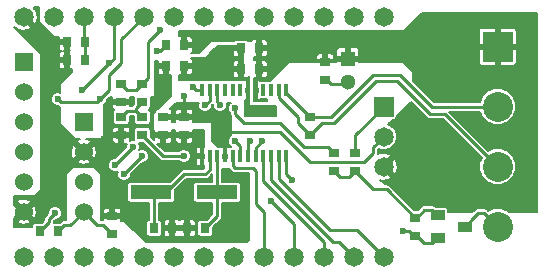
<source format=gbr>
G04 #@! TF.FileFunction,Copper,L1,Top,Signal*
%FSLAX46Y46*%
G04 Gerber Fmt 4.6, Leading zero omitted, Abs format (unit mm)*
G04 Created by KiCad (PCBNEW 4.0.1-stable) date 8/1/2016 6:35:50 PM*
%MOMM*%
G01*
G04 APERTURE LIST*
%ADD10C,0.100000*%
%ADD11C,1.016000*%
%ADD12R,0.400000X1.000000*%
%ADD13R,2.540000X2.540000*%
%ADD14C,2.540000*%
%ADD15R,0.863600X0.787400*%
%ADD16R,0.787400X0.863600*%
%ADD17R,1.524000X1.524000*%
%ADD18C,1.524000*%
%ADD19R,1.143000X0.889000*%
%ADD20R,1.143000X0.850900*%
%ADD21R,3.505200X1.193800*%
%ADD22R,1.300000X1.300000*%
%ADD23C,1.300000*%
%ADD24C,1.651000*%
%ADD25R,1.651000X1.651000*%
%ADD26C,0.600000*%
%ADD27C,0.250000*%
%ADD28C,0.152400*%
G04 APERTURE END LIST*
D10*
D11*
X19812000Y5080000D03*
X22098000Y13716000D03*
D12*
X23641000Y15500000D03*
X22991000Y15500000D03*
X22341000Y15500000D03*
X21691000Y15500000D03*
X21041000Y15500000D03*
X20391000Y15500000D03*
X19741000Y15500000D03*
X19091000Y15500000D03*
X18441000Y15500000D03*
X17791000Y15500000D03*
X17141000Y15500000D03*
X16491000Y15500000D03*
X16491000Y9900000D03*
X17141000Y9900000D03*
X17791000Y9900000D03*
X18441000Y9900000D03*
X19091000Y9900000D03*
X19741000Y9900000D03*
X20391000Y9900000D03*
X21041000Y9900000D03*
X21691000Y9900000D03*
X22341000Y9900000D03*
X22991000Y9900000D03*
X23641000Y9900000D03*
D13*
X41529000Y19177000D03*
D14*
X41529000Y14097000D03*
X41529000Y9017000D03*
X41529000Y3937000D03*
D15*
X29464000Y8636000D03*
X29464000Y10160000D03*
D16*
X12446000Y3810000D03*
X13970000Y3810000D03*
X16764000Y3810000D03*
X15240000Y3810000D03*
D15*
X9652000Y13208000D03*
X9652000Y11684000D03*
X9652000Y16002000D03*
X9652000Y14478000D03*
D16*
X21336000Y19050000D03*
X19812000Y19050000D03*
D15*
X26924000Y17907000D03*
X26924000Y16383000D03*
D16*
X21336000Y17272000D03*
X19812000Y17272000D03*
D15*
X14986000Y13208000D03*
X14986000Y11684000D03*
X13208000Y13208000D03*
X13208000Y11684000D03*
D16*
X6604000Y18034000D03*
X5080000Y18034000D03*
X6604000Y19558000D03*
X5080000Y19558000D03*
D17*
X6477000Y12827000D03*
D18*
X6477000Y10287000D03*
X6477000Y7747000D03*
X6477000Y5207000D03*
D19*
X38735000Y3937000D03*
D20*
X36449000Y2984500D03*
D19*
X36449000Y4889500D03*
D15*
X34544000Y3175000D03*
X34544000Y4699000D03*
X27686000Y10160000D03*
X27686000Y8636000D03*
D16*
X13462000Y19304000D03*
X14986000Y19304000D03*
X13462000Y17526000D03*
X14986000Y17526000D03*
D15*
X11430000Y11684000D03*
X11430000Y13208000D03*
X11430000Y14478000D03*
X11430000Y16002000D03*
X25654000Y13208000D03*
X25654000Y11684000D03*
D21*
X17780000Y6858000D03*
X12192000Y6858000D03*
D22*
X28829000Y18161000D03*
D23*
X28829000Y16161000D03*
D24*
X31877000Y21717000D03*
X29337000Y21717000D03*
X26797000Y21717000D03*
X24257000Y21717000D03*
X21717000Y21717000D03*
X19177000Y21717000D03*
X16637000Y21717000D03*
X14097000Y21717000D03*
X11557000Y21717000D03*
X9017000Y21717000D03*
X6477000Y21717000D03*
X3937000Y21717000D03*
X1397000Y21717000D03*
X1397000Y1397000D03*
X3937000Y1397000D03*
X6477000Y1397000D03*
X9017000Y1397000D03*
X11557000Y1397000D03*
X14097000Y1397000D03*
X16637000Y1397000D03*
X19177000Y1397000D03*
X21717000Y1397000D03*
X24257000Y1397000D03*
X26797000Y1397000D03*
X29337000Y1397000D03*
X31877000Y1397000D03*
D17*
X1397000Y17907000D03*
D18*
X1397000Y15367000D03*
X1397000Y12827000D03*
X1397000Y10287000D03*
X1397000Y7747000D03*
X1397000Y5207000D03*
D25*
X31877000Y14097000D03*
D24*
X31877000Y11557000D03*
X31877000Y9017000D03*
D11*
X20828000Y13716000D03*
D15*
X8890000Y3302000D03*
X8890000Y4826000D03*
D16*
X4318000Y3556000D03*
X2794000Y3556000D03*
D26*
X33528000Y3556000D03*
X12954000Y20574000D03*
X12700000Y18796000D03*
X14986000Y14986000D03*
X4064000Y5080000D03*
X9144000Y9144000D03*
X10668000Y10668000D03*
X18034000Y14224000D03*
X9906000Y8382000D03*
X11430000Y9906000D03*
X16764000Y14224000D03*
X22352000Y6096000D03*
X24130000Y7874000D03*
X15748000Y15748000D03*
X19304000Y13970000D03*
X6350000Y15494000D03*
X8636000Y17780000D03*
X20574000Y11176000D03*
X4318000Y14732000D03*
X7874000Y14732000D03*
X21590000Y11176000D03*
X14986000Y9906000D03*
X19304000Y11176000D03*
D27*
X29464000Y8636000D02*
X30988000Y7112000D01*
X32131000Y7112000D02*
X34544000Y4699000D01*
X30988000Y7112000D02*
X32131000Y7112000D01*
X29464000Y8636000D02*
X28956000Y8128000D01*
X28194000Y8128000D02*
X27686000Y8636000D01*
X28956000Y8128000D02*
X28194000Y8128000D01*
X34544000Y4699000D02*
X34671000Y4699000D01*
X34671000Y4699000D02*
X35306000Y5334000D01*
X35306000Y5334000D02*
X36004500Y5334000D01*
X36004500Y5334000D02*
X36449000Y4889500D01*
X29464000Y10160000D02*
X29464000Y11684000D01*
X29464000Y11684000D02*
X31877000Y14097000D01*
X34544000Y3175000D02*
X34671000Y3175000D01*
X34671000Y3175000D02*
X35306000Y2540000D01*
X36004500Y2540000D02*
X36449000Y2984500D01*
X35306000Y2540000D02*
X36004500Y2540000D01*
X34544000Y3175000D02*
X34417000Y3175000D01*
X34417000Y3175000D02*
X34036000Y3556000D01*
X34036000Y3556000D02*
X33528000Y3556000D01*
X26924000Y16383000D02*
X27051000Y16383000D01*
X27051000Y16383000D02*
X27432000Y16002000D01*
X27432000Y16002000D02*
X28670000Y16002000D01*
X28670000Y16002000D02*
X28829000Y16161000D01*
X12446000Y3810000D02*
X12446000Y6604000D01*
X12446000Y6604000D02*
X12192000Y6858000D01*
X12192000Y6858000D02*
X13462000Y6858000D01*
X13462000Y6858000D02*
X14986000Y8382000D01*
X14986000Y8382000D02*
X16764000Y8382000D01*
X16764000Y8382000D02*
X17141000Y8759000D01*
X17141000Y8759000D02*
X17141000Y9900000D01*
X16764000Y3810000D02*
X17780000Y4826000D01*
X17780000Y4826000D02*
X17780000Y6858000D01*
X17780000Y6858000D02*
X17780000Y9889000D01*
X17780000Y9889000D02*
X17791000Y9900000D01*
X9652000Y13208000D02*
X10160000Y13716000D01*
X10160000Y13716000D02*
X10922000Y13716000D01*
X10922000Y13716000D02*
X11430000Y13208000D01*
X11430000Y14478000D02*
X10922000Y13970000D01*
X10922000Y13716000D02*
X11430000Y13208000D01*
X10922000Y13970000D02*
X10922000Y13716000D01*
X11430000Y16002000D02*
X11938000Y16510000D01*
X11938000Y19558000D02*
X12954000Y20574000D01*
X11938000Y16510000D02*
X11938000Y19558000D01*
X9652000Y16002000D02*
X10160000Y15494000D01*
X10922000Y15494000D02*
X11430000Y16002000D01*
X10160000Y15494000D02*
X10922000Y15494000D01*
X13462000Y19304000D02*
X12954000Y18796000D01*
X12954000Y18796000D02*
X12700000Y18796000D01*
X31877000Y11557000D02*
X30988000Y10668000D01*
X23114000Y11938000D02*
X18542000Y11938000D01*
X25654000Y9398000D02*
X23114000Y11938000D01*
X30226000Y9398000D02*
X25654000Y9398000D01*
X30988000Y10160000D02*
X30226000Y9398000D01*
X30988000Y10668000D02*
X30988000Y10160000D01*
X14986000Y13208000D02*
X14986000Y14986000D01*
X6604000Y18034000D02*
X6604000Y19558000D01*
X6604000Y19558000D02*
X6477000Y19685000D01*
X6477000Y19685000D02*
X6477000Y21717000D01*
X3556000Y4318000D02*
X3556000Y4572000D01*
X4064000Y5080000D02*
X3556000Y4572000D01*
X3556000Y4318000D02*
X2794000Y3556000D01*
X25654000Y13208000D02*
X27432000Y13208000D01*
X35941000Y14097000D02*
X41529000Y14097000D01*
X33274000Y16764000D02*
X35941000Y14097000D01*
X30988000Y16764000D02*
X33274000Y16764000D01*
X27432000Y13208000D02*
X30988000Y16764000D01*
X23641000Y15500000D02*
X23641000Y15221000D01*
X23641000Y15221000D02*
X25654000Y13208000D01*
X25654000Y11684000D02*
X26670000Y12700000D01*
X37084000Y13462000D02*
X41529000Y9017000D01*
X35814000Y13462000D02*
X37084000Y13462000D01*
X33020000Y16256000D02*
X35814000Y13462000D01*
X31242000Y16256000D02*
X33020000Y16256000D01*
X27686000Y12700000D02*
X31242000Y16256000D01*
X26670000Y12700000D02*
X27686000Y12700000D01*
X22991000Y15500000D02*
X22991000Y14855000D01*
X24638000Y12700000D02*
X25654000Y11684000D01*
X24638000Y13208000D02*
X24638000Y12700000D01*
X22991000Y14855000D02*
X24638000Y13208000D01*
X38735000Y3937000D02*
X39370000Y4572000D01*
X40386000Y5080000D02*
X41529000Y3937000D01*
X39878000Y5080000D02*
X40386000Y5080000D01*
X39370000Y4572000D02*
X39878000Y5080000D01*
X17791000Y15500000D02*
X17791000Y14467000D01*
X10668000Y10668000D02*
X9144000Y9144000D01*
X17791000Y14467000D02*
X18034000Y14224000D01*
X4318000Y3556000D02*
X4826000Y4064000D01*
X5334000Y4064000D02*
X6477000Y5207000D01*
X4826000Y4064000D02*
X5334000Y4064000D01*
X8890000Y3302000D02*
X8128000Y4064000D01*
X7620000Y4064000D02*
X6477000Y5207000D01*
X8128000Y4064000D02*
X7620000Y4064000D01*
X17141000Y15500000D02*
X17141000Y14601000D01*
X11430000Y9906000D02*
X9906000Y8382000D01*
X17141000Y14601000D02*
X16764000Y14224000D01*
X23641000Y9900000D02*
X23641000Y8363000D01*
X24257000Y4191000D02*
X24257000Y1397000D01*
X22352000Y6096000D02*
X24257000Y4191000D01*
X23641000Y8363000D02*
X24130000Y7874000D01*
X19091000Y9900000D02*
X19091000Y9103000D01*
X21717000Y5207000D02*
X21717000Y1397000D01*
X21082000Y5842000D02*
X21717000Y5207000D01*
X21082000Y8636000D02*
X21082000Y5842000D01*
X20828000Y8890000D02*
X21082000Y8636000D01*
X19304000Y8890000D02*
X20828000Y8890000D01*
X19091000Y9103000D02*
X19304000Y8890000D01*
X27686000Y10160000D02*
X27178000Y10668000D01*
X25146000Y10668000D02*
X27178000Y10668000D01*
X15996000Y15500000D02*
X16491000Y15500000D01*
X15748000Y15748000D02*
X15996000Y15500000D01*
X19304000Y13462000D02*
X19304000Y13970000D01*
X20066000Y12700000D02*
X19304000Y13462000D01*
X23114000Y12700000D02*
X20066000Y12700000D01*
X23114000Y12700000D02*
X25146000Y10668000D01*
X7620000Y16764000D02*
X8128000Y17272000D01*
X8636000Y17780000D02*
X8128000Y17272000D01*
X7620000Y16764000D02*
X6350000Y15494000D01*
X20391000Y9900000D02*
X20391000Y10993000D01*
X20391000Y10993000D02*
X20574000Y11176000D01*
X9017000Y18161000D02*
X9017000Y21717000D01*
X8636000Y17780000D02*
X9017000Y18161000D01*
X4318000Y14732000D02*
X4572000Y14478000D01*
X4572000Y14478000D02*
X7620000Y14478000D01*
X7874000Y14732000D02*
X7620000Y14478000D01*
X8636000Y16764000D02*
X9652000Y17780000D01*
X7874000Y14732000D02*
X8636000Y15494000D01*
X8636000Y15494000D02*
X8636000Y16764000D01*
X9652000Y19812000D02*
X11557000Y21717000D01*
X9652000Y17780000D02*
X9652000Y19812000D01*
X21041000Y9900000D02*
X21041000Y10627000D01*
X21041000Y10627000D02*
X21590000Y11176000D01*
X21691000Y9900000D02*
X21691000Y7773000D01*
X26797000Y2667000D02*
X26797000Y1397000D01*
X21691000Y7773000D02*
X26797000Y2667000D01*
X22341000Y9900000D02*
X22341000Y7885000D01*
X28067000Y2667000D02*
X29337000Y1397000D01*
X27559000Y2667000D02*
X28067000Y2667000D01*
X22341000Y7885000D02*
X27559000Y2667000D01*
X22991000Y9900000D02*
X22991000Y7997000D01*
X29591000Y3683000D02*
X31877000Y1397000D01*
X27305000Y3683000D02*
X29591000Y3683000D01*
X22991000Y7997000D02*
X27305000Y3683000D01*
X19741000Y9900000D02*
X19741000Y10739000D01*
X14986000Y9906000D02*
X13208000Y9906000D01*
X13208000Y9906000D02*
X11430000Y11684000D01*
X19741000Y10739000D02*
X19304000Y11176000D01*
D28*
G36*
X44881800Y5156200D02*
X42501200Y5156200D01*
X42407811Y5249752D01*
X41838547Y5486131D01*
X41222157Y5486669D01*
X40747403Y5290505D01*
X40671954Y5365954D01*
X40540757Y5453617D01*
X40386000Y5484400D01*
X39878000Y5484400D01*
X39723243Y5453617D01*
X39699272Y5437600D01*
X39592046Y5365954D01*
X39382292Y5156200D01*
X37305373Y5156200D01*
X37305373Y5334000D01*
X37285891Y5437539D01*
X37224699Y5532634D01*
X37131332Y5596429D01*
X37020500Y5618873D01*
X36291535Y5618873D01*
X36290454Y5619954D01*
X36159257Y5707617D01*
X36004500Y5738400D01*
X35306000Y5738400D01*
X35151243Y5707617D01*
X35020046Y5619954D01*
X34777665Y5377573D01*
X34437335Y5377573D01*
X32416954Y7397954D01*
X32285757Y7485617D01*
X32131000Y7516400D01*
X31961364Y7516400D01*
X31577059Y7900705D01*
X31777958Y7842827D01*
X32234834Y7894304D01*
X32417839Y7970107D01*
X32515850Y8126702D01*
X31877000Y8765553D01*
X31862858Y8751410D01*
X31611410Y9002858D01*
X31625553Y9017000D01*
X32128447Y9017000D01*
X32767298Y8378150D01*
X32923893Y8476161D01*
X33051173Y8917958D01*
X32999696Y9374834D01*
X32923893Y9557839D01*
X32767298Y9655850D01*
X32128447Y9017000D01*
X31625553Y9017000D01*
X31611410Y9031142D01*
X31862858Y9282590D01*
X31877000Y9268447D01*
X32515850Y9907298D01*
X32417839Y10063893D01*
X31976042Y10191173D01*
X31519166Y10139696D01*
X31376616Y10080650D01*
X31392400Y10160000D01*
X31392400Y10500492D01*
X31435759Y10543851D01*
X31656258Y10452292D01*
X32095814Y10451909D01*
X32502058Y10619765D01*
X32813142Y10930307D01*
X32981708Y11336258D01*
X32982091Y11775814D01*
X32814235Y12182058D01*
X32503693Y12493142D01*
X32260068Y12594304D01*
X32652391Y12986627D01*
X32702500Y12986627D01*
X32806039Y13006109D01*
X32901134Y13067301D01*
X32964929Y13160668D01*
X32987373Y13271500D01*
X32987373Y13321609D01*
X34184928Y14519164D01*
X35528046Y13176046D01*
X35659243Y13088383D01*
X35814000Y13057600D01*
X36916492Y13057600D01*
X40175768Y9798324D01*
X39979869Y9326547D01*
X39979331Y8710157D01*
X40214716Y8140482D01*
X40650189Y7704248D01*
X41219453Y7467869D01*
X41835843Y7467331D01*
X42405518Y7702716D01*
X42841752Y8138189D01*
X43078131Y8707453D01*
X43078669Y9323843D01*
X42843284Y9893518D01*
X42407811Y10329752D01*
X41838547Y10566131D01*
X41222157Y10566669D01*
X40747403Y10370505D01*
X37425308Y13692600D01*
X40019641Y13692600D01*
X40214716Y13220482D01*
X40650189Y12784248D01*
X41219453Y12547869D01*
X41835843Y12547331D01*
X42405518Y12782716D01*
X42841752Y13218189D01*
X43078131Y13787453D01*
X43078669Y14403843D01*
X42843284Y14973518D01*
X42407811Y15409752D01*
X41838547Y15646131D01*
X41222157Y15646669D01*
X40652482Y15411284D01*
X40216248Y14975811D01*
X40019255Y14501400D01*
X36108508Y14501400D01*
X34366200Y16243708D01*
X34366200Y17018000D01*
X34360197Y17047646D01*
X34343882Y17071882D01*
X33581882Y17833882D01*
X33556673Y17850599D01*
X33528000Y17856200D01*
X29809200Y17856200D01*
X29809200Y17900650D01*
X29726650Y17983200D01*
X29006800Y17983200D01*
X29006800Y17963200D01*
X28651200Y17963200D01*
X28651200Y17983200D01*
X27931350Y17983200D01*
X27848800Y17900650D01*
X27848800Y17856200D01*
X23876000Y17856200D01*
X23846354Y17850197D01*
X23822118Y17833882D01*
X22273109Y16284873D01*
X22141000Y16284873D01*
X22037461Y16265391D01*
X22016880Y16252147D01*
X22001832Y16262429D01*
X21891000Y16284873D01*
X21491000Y16284873D01*
X21433853Y16274120D01*
X21428043Y16279930D01*
X21306681Y16330200D01*
X21223550Y16330200D01*
X21141000Y16247650D01*
X21141000Y15677800D01*
X21206127Y15677800D01*
X21206127Y15322200D01*
X21141000Y15322200D01*
X21141000Y14752350D01*
X21223550Y14669800D01*
X21306681Y14669800D01*
X21428043Y14720070D01*
X21434535Y14726562D01*
X21491000Y14715127D01*
X21891000Y14715127D01*
X21994539Y14734609D01*
X22015120Y14747853D01*
X22021800Y14743289D01*
X22021800Y14554200D01*
X20904200Y14554200D01*
X20904200Y14715550D01*
X20941000Y14752350D01*
X20941000Y15322200D01*
X20904200Y15322200D01*
X20904200Y15677800D01*
X20941000Y15677800D01*
X20941000Y16247650D01*
X20904200Y16284450D01*
X20904200Y16510000D01*
X21075650Y16510000D01*
X21158200Y16592550D01*
X21158200Y17094200D01*
X21513800Y17094200D01*
X21513800Y16592550D01*
X21596350Y16510000D01*
X21795381Y16510000D01*
X21916743Y16560270D01*
X22009630Y16653157D01*
X22059900Y16774519D01*
X22059900Y17011650D01*
X21977350Y17094200D01*
X21513800Y17094200D01*
X21158200Y17094200D01*
X21138200Y17094200D01*
X21138200Y17449800D01*
X21158200Y17449800D01*
X21158200Y17951450D01*
X21513800Y17951450D01*
X21513800Y17449800D01*
X21977350Y17449800D01*
X22059900Y17532350D01*
X22059900Y17769481D01*
X22009630Y17890843D01*
X21916743Y17983730D01*
X21795381Y18034000D01*
X21596350Y18034000D01*
X21513800Y17951450D01*
X21158200Y17951450D01*
X21075650Y18034000D01*
X20904200Y18034000D01*
X20904200Y18288000D01*
X21075650Y18288000D01*
X21158200Y18370550D01*
X21158200Y18872200D01*
X21513800Y18872200D01*
X21513800Y18370550D01*
X21596350Y18288000D01*
X21795381Y18288000D01*
X21916743Y18338270D01*
X21944854Y18366381D01*
X26162000Y18366381D01*
X26162000Y18167350D01*
X26244550Y18084800D01*
X26746200Y18084800D01*
X26746200Y18548350D01*
X27101800Y18548350D01*
X27101800Y18084800D01*
X27603450Y18084800D01*
X27686000Y18167350D01*
X27686000Y18366381D01*
X27635730Y18487743D01*
X27542843Y18580630D01*
X27421481Y18630900D01*
X27184350Y18630900D01*
X27101800Y18548350D01*
X26746200Y18548350D01*
X26663650Y18630900D01*
X26426519Y18630900D01*
X26305157Y18580630D01*
X26212270Y18487743D01*
X26162000Y18366381D01*
X21944854Y18366381D01*
X22009630Y18431157D01*
X22059900Y18552519D01*
X22059900Y18789650D01*
X21977350Y18872200D01*
X21513800Y18872200D01*
X21158200Y18872200D01*
X21138200Y18872200D01*
X21138200Y18876681D01*
X27848800Y18876681D01*
X27848800Y18421350D01*
X27931350Y18338800D01*
X28651200Y18338800D01*
X28651200Y19058650D01*
X29006800Y19058650D01*
X29006800Y18338800D01*
X29726650Y18338800D01*
X29809200Y18421350D01*
X29809200Y18876681D01*
X29792645Y18916650D01*
X39928800Y18916650D01*
X39928800Y17841319D01*
X39979070Y17719957D01*
X40071957Y17627070D01*
X40193319Y17576800D01*
X41268650Y17576800D01*
X41351200Y17659350D01*
X41351200Y18999200D01*
X41706800Y18999200D01*
X41706800Y17659350D01*
X41789350Y17576800D01*
X42864681Y17576800D01*
X42986043Y17627070D01*
X43078930Y17719957D01*
X43129200Y17841319D01*
X43129200Y18916650D01*
X43046650Y18999200D01*
X41706800Y18999200D01*
X41351200Y18999200D01*
X40011350Y18999200D01*
X39928800Y18916650D01*
X29792645Y18916650D01*
X29758930Y18998043D01*
X29666043Y19090930D01*
X29544681Y19141200D01*
X29089350Y19141200D01*
X29006800Y19058650D01*
X28651200Y19058650D01*
X28568650Y19141200D01*
X28113319Y19141200D01*
X27991957Y19090930D01*
X27899070Y18998043D01*
X27848800Y18876681D01*
X21138200Y18876681D01*
X21138200Y19227800D01*
X21158200Y19227800D01*
X21158200Y19729450D01*
X21513800Y19729450D01*
X21513800Y19227800D01*
X21977350Y19227800D01*
X22059900Y19310350D01*
X22059900Y19547481D01*
X22009630Y19668843D01*
X21916743Y19761730D01*
X21795381Y19812000D01*
X21596350Y19812000D01*
X21513800Y19729450D01*
X21158200Y19729450D01*
X21075650Y19812000D01*
X20876619Y19812000D01*
X20755257Y19761730D01*
X20662370Y19668843D01*
X20648020Y19634200D01*
X20439650Y19634200D01*
X20409899Y19680434D01*
X20316532Y19744229D01*
X20205700Y19766673D01*
X19418300Y19766673D01*
X19314761Y19747191D01*
X19219666Y19685999D01*
X19184273Y19634200D01*
X17272000Y19634200D01*
X17242354Y19628197D01*
X17218118Y19611882D01*
X16224436Y18618200D01*
X15592673Y18618200D01*
X15659630Y18685157D01*
X15709900Y18806519D01*
X15709900Y19043650D01*
X15627350Y19126200D01*
X15163800Y19126200D01*
X15163800Y19106200D01*
X14808200Y19106200D01*
X14808200Y19126200D01*
X14788200Y19126200D01*
X14788200Y19481800D01*
X14808200Y19481800D01*
X14808200Y19983450D01*
X15163800Y19983450D01*
X15163800Y19481800D01*
X15627350Y19481800D01*
X15709900Y19564350D01*
X15709900Y19801481D01*
X15659630Y19922843D01*
X15566743Y20015730D01*
X15445381Y20066000D01*
X15246350Y20066000D01*
X15163800Y19983450D01*
X14808200Y19983450D01*
X14725650Y20066000D01*
X14554200Y20066000D01*
X14554200Y20497800D01*
X33528000Y20497800D01*
X33557646Y20503803D01*
X33570834Y20512681D01*
X39928800Y20512681D01*
X39928800Y19437350D01*
X40011350Y19354800D01*
X41351200Y19354800D01*
X41351200Y20694650D01*
X41706800Y20694650D01*
X41706800Y19354800D01*
X43046650Y19354800D01*
X43129200Y19437350D01*
X43129200Y20512681D01*
X43078930Y20634043D01*
X42986043Y20726930D01*
X42864681Y20777200D01*
X41789350Y20777200D01*
X41706800Y20694650D01*
X41351200Y20694650D01*
X41268650Y20777200D01*
X40193319Y20777200D01*
X40071957Y20726930D01*
X39979070Y20634043D01*
X39928800Y20512681D01*
X33570834Y20512681D01*
X33581882Y20520118D01*
X35083564Y22021800D01*
X44881800Y22021800D01*
X44881800Y5156200D01*
X44881800Y5156200D01*
G37*
X44881800Y5156200D02*
X42501200Y5156200D01*
X42407811Y5249752D01*
X41838547Y5486131D01*
X41222157Y5486669D01*
X40747403Y5290505D01*
X40671954Y5365954D01*
X40540757Y5453617D01*
X40386000Y5484400D01*
X39878000Y5484400D01*
X39723243Y5453617D01*
X39699272Y5437600D01*
X39592046Y5365954D01*
X39382292Y5156200D01*
X37305373Y5156200D01*
X37305373Y5334000D01*
X37285891Y5437539D01*
X37224699Y5532634D01*
X37131332Y5596429D01*
X37020500Y5618873D01*
X36291535Y5618873D01*
X36290454Y5619954D01*
X36159257Y5707617D01*
X36004500Y5738400D01*
X35306000Y5738400D01*
X35151243Y5707617D01*
X35020046Y5619954D01*
X34777665Y5377573D01*
X34437335Y5377573D01*
X32416954Y7397954D01*
X32285757Y7485617D01*
X32131000Y7516400D01*
X31961364Y7516400D01*
X31577059Y7900705D01*
X31777958Y7842827D01*
X32234834Y7894304D01*
X32417839Y7970107D01*
X32515850Y8126702D01*
X31877000Y8765553D01*
X31862858Y8751410D01*
X31611410Y9002858D01*
X31625553Y9017000D01*
X32128447Y9017000D01*
X32767298Y8378150D01*
X32923893Y8476161D01*
X33051173Y8917958D01*
X32999696Y9374834D01*
X32923893Y9557839D01*
X32767298Y9655850D01*
X32128447Y9017000D01*
X31625553Y9017000D01*
X31611410Y9031142D01*
X31862858Y9282590D01*
X31877000Y9268447D01*
X32515850Y9907298D01*
X32417839Y10063893D01*
X31976042Y10191173D01*
X31519166Y10139696D01*
X31376616Y10080650D01*
X31392400Y10160000D01*
X31392400Y10500492D01*
X31435759Y10543851D01*
X31656258Y10452292D01*
X32095814Y10451909D01*
X32502058Y10619765D01*
X32813142Y10930307D01*
X32981708Y11336258D01*
X32982091Y11775814D01*
X32814235Y12182058D01*
X32503693Y12493142D01*
X32260068Y12594304D01*
X32652391Y12986627D01*
X32702500Y12986627D01*
X32806039Y13006109D01*
X32901134Y13067301D01*
X32964929Y13160668D01*
X32987373Y13271500D01*
X32987373Y13321609D01*
X34184928Y14519164D01*
X35528046Y13176046D01*
X35659243Y13088383D01*
X35814000Y13057600D01*
X36916492Y13057600D01*
X40175768Y9798324D01*
X39979869Y9326547D01*
X39979331Y8710157D01*
X40214716Y8140482D01*
X40650189Y7704248D01*
X41219453Y7467869D01*
X41835843Y7467331D01*
X42405518Y7702716D01*
X42841752Y8138189D01*
X43078131Y8707453D01*
X43078669Y9323843D01*
X42843284Y9893518D01*
X42407811Y10329752D01*
X41838547Y10566131D01*
X41222157Y10566669D01*
X40747403Y10370505D01*
X37425308Y13692600D01*
X40019641Y13692600D01*
X40214716Y13220482D01*
X40650189Y12784248D01*
X41219453Y12547869D01*
X41835843Y12547331D01*
X42405518Y12782716D01*
X42841752Y13218189D01*
X43078131Y13787453D01*
X43078669Y14403843D01*
X42843284Y14973518D01*
X42407811Y15409752D01*
X41838547Y15646131D01*
X41222157Y15646669D01*
X40652482Y15411284D01*
X40216248Y14975811D01*
X40019255Y14501400D01*
X36108508Y14501400D01*
X34366200Y16243708D01*
X34366200Y17018000D01*
X34360197Y17047646D01*
X34343882Y17071882D01*
X33581882Y17833882D01*
X33556673Y17850599D01*
X33528000Y17856200D01*
X29809200Y17856200D01*
X29809200Y17900650D01*
X29726650Y17983200D01*
X29006800Y17983200D01*
X29006800Y17963200D01*
X28651200Y17963200D01*
X28651200Y17983200D01*
X27931350Y17983200D01*
X27848800Y17900650D01*
X27848800Y17856200D01*
X23876000Y17856200D01*
X23846354Y17850197D01*
X23822118Y17833882D01*
X22273109Y16284873D01*
X22141000Y16284873D01*
X22037461Y16265391D01*
X22016880Y16252147D01*
X22001832Y16262429D01*
X21891000Y16284873D01*
X21491000Y16284873D01*
X21433853Y16274120D01*
X21428043Y16279930D01*
X21306681Y16330200D01*
X21223550Y16330200D01*
X21141000Y16247650D01*
X21141000Y15677800D01*
X21206127Y15677800D01*
X21206127Y15322200D01*
X21141000Y15322200D01*
X21141000Y14752350D01*
X21223550Y14669800D01*
X21306681Y14669800D01*
X21428043Y14720070D01*
X21434535Y14726562D01*
X21491000Y14715127D01*
X21891000Y14715127D01*
X21994539Y14734609D01*
X22015120Y14747853D01*
X22021800Y14743289D01*
X22021800Y14554200D01*
X20904200Y14554200D01*
X20904200Y14715550D01*
X20941000Y14752350D01*
X20941000Y15322200D01*
X20904200Y15322200D01*
X20904200Y15677800D01*
X20941000Y15677800D01*
X20941000Y16247650D01*
X20904200Y16284450D01*
X20904200Y16510000D01*
X21075650Y16510000D01*
X21158200Y16592550D01*
X21158200Y17094200D01*
X21513800Y17094200D01*
X21513800Y16592550D01*
X21596350Y16510000D01*
X21795381Y16510000D01*
X21916743Y16560270D01*
X22009630Y16653157D01*
X22059900Y16774519D01*
X22059900Y17011650D01*
X21977350Y17094200D01*
X21513800Y17094200D01*
X21158200Y17094200D01*
X21138200Y17094200D01*
X21138200Y17449800D01*
X21158200Y17449800D01*
X21158200Y17951450D01*
X21513800Y17951450D01*
X21513800Y17449800D01*
X21977350Y17449800D01*
X22059900Y17532350D01*
X22059900Y17769481D01*
X22009630Y17890843D01*
X21916743Y17983730D01*
X21795381Y18034000D01*
X21596350Y18034000D01*
X21513800Y17951450D01*
X21158200Y17951450D01*
X21075650Y18034000D01*
X20904200Y18034000D01*
X20904200Y18288000D01*
X21075650Y18288000D01*
X21158200Y18370550D01*
X21158200Y18872200D01*
X21513800Y18872200D01*
X21513800Y18370550D01*
X21596350Y18288000D01*
X21795381Y18288000D01*
X21916743Y18338270D01*
X21944854Y18366381D01*
X26162000Y18366381D01*
X26162000Y18167350D01*
X26244550Y18084800D01*
X26746200Y18084800D01*
X26746200Y18548350D01*
X27101800Y18548350D01*
X27101800Y18084800D01*
X27603450Y18084800D01*
X27686000Y18167350D01*
X27686000Y18366381D01*
X27635730Y18487743D01*
X27542843Y18580630D01*
X27421481Y18630900D01*
X27184350Y18630900D01*
X27101800Y18548350D01*
X26746200Y18548350D01*
X26663650Y18630900D01*
X26426519Y18630900D01*
X26305157Y18580630D01*
X26212270Y18487743D01*
X26162000Y18366381D01*
X21944854Y18366381D01*
X22009630Y18431157D01*
X22059900Y18552519D01*
X22059900Y18789650D01*
X21977350Y18872200D01*
X21513800Y18872200D01*
X21158200Y18872200D01*
X21138200Y18872200D01*
X21138200Y18876681D01*
X27848800Y18876681D01*
X27848800Y18421350D01*
X27931350Y18338800D01*
X28651200Y18338800D01*
X28651200Y19058650D01*
X29006800Y19058650D01*
X29006800Y18338800D01*
X29726650Y18338800D01*
X29809200Y18421350D01*
X29809200Y18876681D01*
X29792645Y18916650D01*
X39928800Y18916650D01*
X39928800Y17841319D01*
X39979070Y17719957D01*
X40071957Y17627070D01*
X40193319Y17576800D01*
X41268650Y17576800D01*
X41351200Y17659350D01*
X41351200Y18999200D01*
X41706800Y18999200D01*
X41706800Y17659350D01*
X41789350Y17576800D01*
X42864681Y17576800D01*
X42986043Y17627070D01*
X43078930Y17719957D01*
X43129200Y17841319D01*
X43129200Y18916650D01*
X43046650Y18999200D01*
X41706800Y18999200D01*
X41351200Y18999200D01*
X40011350Y18999200D01*
X39928800Y18916650D01*
X29792645Y18916650D01*
X29758930Y18998043D01*
X29666043Y19090930D01*
X29544681Y19141200D01*
X29089350Y19141200D01*
X29006800Y19058650D01*
X28651200Y19058650D01*
X28568650Y19141200D01*
X28113319Y19141200D01*
X27991957Y19090930D01*
X27899070Y18998043D01*
X27848800Y18876681D01*
X21138200Y18876681D01*
X21138200Y19227800D01*
X21158200Y19227800D01*
X21158200Y19729450D01*
X21513800Y19729450D01*
X21513800Y19227800D01*
X21977350Y19227800D01*
X22059900Y19310350D01*
X22059900Y19547481D01*
X22009630Y19668843D01*
X21916743Y19761730D01*
X21795381Y19812000D01*
X21596350Y19812000D01*
X21513800Y19729450D01*
X21158200Y19729450D01*
X21075650Y19812000D01*
X20876619Y19812000D01*
X20755257Y19761730D01*
X20662370Y19668843D01*
X20648020Y19634200D01*
X20439650Y19634200D01*
X20409899Y19680434D01*
X20316532Y19744229D01*
X20205700Y19766673D01*
X19418300Y19766673D01*
X19314761Y19747191D01*
X19219666Y19685999D01*
X19184273Y19634200D01*
X17272000Y19634200D01*
X17242354Y19628197D01*
X17218118Y19611882D01*
X16224436Y18618200D01*
X15592673Y18618200D01*
X15659630Y18685157D01*
X15709900Y18806519D01*
X15709900Y19043650D01*
X15627350Y19126200D01*
X15163800Y19126200D01*
X15163800Y19106200D01*
X14808200Y19106200D01*
X14808200Y19126200D01*
X14788200Y19126200D01*
X14788200Y19481800D01*
X14808200Y19481800D01*
X14808200Y19983450D01*
X15163800Y19983450D01*
X15163800Y19481800D01*
X15627350Y19481800D01*
X15709900Y19564350D01*
X15709900Y19801481D01*
X15659630Y19922843D01*
X15566743Y20015730D01*
X15445381Y20066000D01*
X15246350Y20066000D01*
X15163800Y19983450D01*
X14808200Y19983450D01*
X14725650Y20066000D01*
X14554200Y20066000D01*
X14554200Y20497800D01*
X33528000Y20497800D01*
X33557646Y20503803D01*
X33570834Y20512681D01*
X39928800Y20512681D01*
X39928800Y19437350D01*
X40011350Y19354800D01*
X41351200Y19354800D01*
X41351200Y20694650D01*
X41706800Y20694650D01*
X41706800Y19354800D01*
X43046650Y19354800D01*
X43129200Y19437350D01*
X43129200Y20512681D01*
X43078930Y20634043D01*
X42986043Y20726930D01*
X42864681Y20777200D01*
X41789350Y20777200D01*
X41706800Y20694650D01*
X41351200Y20694650D01*
X41268650Y20777200D01*
X40193319Y20777200D01*
X40071957Y20726930D01*
X39979070Y20634043D01*
X39928800Y20512681D01*
X33570834Y20512681D01*
X33581882Y20520118D01*
X35083564Y22021800D01*
X44881800Y22021800D01*
X44881800Y5156200D01*
G36*
X19989800Y17272000D02*
X19995803Y17242354D01*
X20009800Y17221561D01*
X20009800Y17094200D01*
X19989800Y17094200D01*
X19989800Y16592550D01*
X20072350Y16510000D01*
X20271381Y16510000D01*
X20392743Y16560270D01*
X20485630Y16653157D01*
X20497800Y16682538D01*
X20497800Y16254450D01*
X20491000Y16247650D01*
X20491000Y15677800D01*
X20497800Y15677800D01*
X20497800Y15322200D01*
X20491000Y15322200D01*
X20491000Y14752350D01*
X20497800Y14745550D01*
X20497800Y14224000D01*
X20503803Y14194354D01*
X20520868Y14169379D01*
X20546305Y14153011D01*
X20574000Y14147800D01*
X22783800Y14147800D01*
X22783800Y13284200D01*
X20142200Y13284200D01*
X20142200Y14669800D01*
X20208450Y14669800D01*
X20291000Y14752350D01*
X20291000Y15322200D01*
X20225873Y15322200D01*
X20225873Y15677800D01*
X20291000Y15677800D01*
X20291000Y16247650D01*
X20208450Y16330200D01*
X20125319Y16330200D01*
X20103044Y16320973D01*
X20093695Y16326989D01*
X20066000Y16332200D01*
X14554200Y16332200D01*
X14554200Y16764000D01*
X14725650Y16764000D01*
X14808200Y16846550D01*
X14808200Y17348200D01*
X15163800Y17348200D01*
X15163800Y16846550D01*
X15246350Y16764000D01*
X15445381Y16764000D01*
X15566743Y16814270D01*
X15659630Y16907157D01*
X15702912Y17011650D01*
X19088100Y17011650D01*
X19088100Y16774519D01*
X19138370Y16653157D01*
X19231257Y16560270D01*
X19352619Y16510000D01*
X19551650Y16510000D01*
X19634200Y16592550D01*
X19634200Y17094200D01*
X19170650Y17094200D01*
X19088100Y17011650D01*
X15702912Y17011650D01*
X15709900Y17028519D01*
X15709900Y17265650D01*
X15627350Y17348200D01*
X15163800Y17348200D01*
X14808200Y17348200D01*
X14788200Y17348200D01*
X14788200Y17703800D01*
X14808200Y17703800D01*
X14808200Y17723800D01*
X15163800Y17723800D01*
X15163800Y17703800D01*
X15627350Y17703800D01*
X15693031Y17769481D01*
X19088100Y17769481D01*
X19088100Y17532350D01*
X19170650Y17449800D01*
X19634200Y17449800D01*
X19634200Y17951450D01*
X19551650Y18034000D01*
X19352619Y18034000D01*
X19231257Y17983730D01*
X19138370Y17890843D01*
X19088100Y17769481D01*
X15693031Y17769481D01*
X15709900Y17786350D01*
X15709900Y18023481D01*
X15659630Y18144843D01*
X15592673Y18211800D01*
X16764000Y18211800D01*
X16793646Y18217803D01*
X16817882Y18234118D01*
X17373414Y18789650D01*
X19088100Y18789650D01*
X19088100Y18552519D01*
X19138370Y18431157D01*
X19231257Y18338270D01*
X19352619Y18288000D01*
X19551650Y18288000D01*
X19634200Y18370550D01*
X19634200Y18872200D01*
X19170650Y18872200D01*
X19088100Y18789650D01*
X17373414Y18789650D01*
X17811564Y19227800D01*
X19989800Y19227800D01*
X19989800Y17272000D01*
X19989800Y17272000D01*
G37*
X19989800Y17272000D02*
X19995803Y17242354D01*
X20009800Y17221561D01*
X20009800Y17094200D01*
X19989800Y17094200D01*
X19989800Y16592550D01*
X20072350Y16510000D01*
X20271381Y16510000D01*
X20392743Y16560270D01*
X20485630Y16653157D01*
X20497800Y16682538D01*
X20497800Y16254450D01*
X20491000Y16247650D01*
X20491000Y15677800D01*
X20497800Y15677800D01*
X20497800Y15322200D01*
X20491000Y15322200D01*
X20491000Y14752350D01*
X20497800Y14745550D01*
X20497800Y14224000D01*
X20503803Y14194354D01*
X20520868Y14169379D01*
X20546305Y14153011D01*
X20574000Y14147800D01*
X22783800Y14147800D01*
X22783800Y13284200D01*
X20142200Y13284200D01*
X20142200Y14669800D01*
X20208450Y14669800D01*
X20291000Y14752350D01*
X20291000Y15322200D01*
X20225873Y15322200D01*
X20225873Y15677800D01*
X20291000Y15677800D01*
X20291000Y16247650D01*
X20208450Y16330200D01*
X20125319Y16330200D01*
X20103044Y16320973D01*
X20093695Y16326989D01*
X20066000Y16332200D01*
X14554200Y16332200D01*
X14554200Y16764000D01*
X14725650Y16764000D01*
X14808200Y16846550D01*
X14808200Y17348200D01*
X15163800Y17348200D01*
X15163800Y16846550D01*
X15246350Y16764000D01*
X15445381Y16764000D01*
X15566743Y16814270D01*
X15659630Y16907157D01*
X15702912Y17011650D01*
X19088100Y17011650D01*
X19088100Y16774519D01*
X19138370Y16653157D01*
X19231257Y16560270D01*
X19352619Y16510000D01*
X19551650Y16510000D01*
X19634200Y16592550D01*
X19634200Y17094200D01*
X19170650Y17094200D01*
X19088100Y17011650D01*
X15702912Y17011650D01*
X15709900Y17028519D01*
X15709900Y17265650D01*
X15627350Y17348200D01*
X15163800Y17348200D01*
X14808200Y17348200D01*
X14788200Y17348200D01*
X14788200Y17703800D01*
X14808200Y17703800D01*
X14808200Y17723800D01*
X15163800Y17723800D01*
X15163800Y17703800D01*
X15627350Y17703800D01*
X15693031Y17769481D01*
X19088100Y17769481D01*
X19088100Y17532350D01*
X19170650Y17449800D01*
X19634200Y17449800D01*
X19634200Y17951450D01*
X19551650Y18034000D01*
X19352619Y18034000D01*
X19231257Y17983730D01*
X19138370Y17890843D01*
X19088100Y17769481D01*
X15693031Y17769481D01*
X15709900Y17786350D01*
X15709900Y18023481D01*
X15659630Y18144843D01*
X15592673Y18211800D01*
X16764000Y18211800D01*
X16793646Y18217803D01*
X16817882Y18234118D01*
X17373414Y18789650D01*
X19088100Y18789650D01*
X19088100Y18552519D01*
X19138370Y18431157D01*
X19231257Y18338270D01*
X19352619Y18288000D01*
X19551650Y18288000D01*
X19634200Y18370550D01*
X19634200Y18872200D01*
X19170650Y18872200D01*
X19088100Y18789650D01*
X17373414Y18789650D01*
X17811564Y19227800D01*
X19989800Y19227800D01*
X19989800Y17272000D01*
G36*
X2717800Y21336000D02*
X2723803Y21306354D01*
X2740118Y21282118D01*
X4010118Y20012118D01*
X4035327Y19995401D01*
X4064000Y19989800D01*
X4356100Y19989800D01*
X4356100Y19818350D01*
X4438650Y19735800D01*
X4902200Y19735800D01*
X4902200Y19755800D01*
X5257800Y19755800D01*
X5257800Y19735800D01*
X5277800Y19735800D01*
X5277800Y19380200D01*
X5257800Y19380200D01*
X5257800Y18878550D01*
X5340350Y18796000D01*
X5257800Y18713450D01*
X5257800Y18211800D01*
X5277800Y18211800D01*
X5277800Y17856200D01*
X5257800Y17856200D01*
X5257800Y17354550D01*
X5340350Y17272000D01*
X5511800Y17272000D01*
X5511800Y17049564D01*
X4518118Y16055882D01*
X4501401Y16030673D01*
X4495800Y16002000D01*
X4495800Y15285536D01*
X4433755Y15311299D01*
X4203256Y15311500D01*
X3990225Y15223478D01*
X3827095Y15060632D01*
X3738701Y14847755D01*
X3738500Y14617256D01*
X3826522Y14404225D01*
X3989368Y14241095D01*
X4202245Y14152701D01*
X4345116Y14152576D01*
X4417242Y14104383D01*
X4495800Y14088757D01*
X4495800Y12700000D01*
X4501803Y12670354D01*
X4518118Y12646118D01*
X5788118Y11376118D01*
X5813327Y11359401D01*
X5842000Y11353800D01*
X6202047Y11353800D01*
X6129419Y11344963D01*
X5974684Y11280870D01*
X5884585Y11130862D01*
X6477000Y10538447D01*
X7069415Y11130862D01*
X6979316Y11280870D01*
X6717451Y11353800D01*
X7874000Y11353800D01*
X7903646Y11359803D01*
X7927882Y11376118D01*
X7975414Y11423650D01*
X8890000Y11423650D01*
X8890000Y11224619D01*
X8940270Y11103257D01*
X9033157Y11010370D01*
X9154519Y10960100D01*
X9391650Y10960100D01*
X9474200Y11042650D01*
X9474200Y11506200D01*
X8972550Y11506200D01*
X8890000Y11423650D01*
X7975414Y11423650D01*
X8181882Y11630118D01*
X8198599Y11655327D01*
X8204200Y11684000D01*
X8204200Y12143381D01*
X8890000Y12143381D01*
X8890000Y11944350D01*
X8972550Y11861800D01*
X9474200Y11861800D01*
X9474200Y12325350D01*
X9829800Y12325350D01*
X9829800Y11861800D01*
X10331450Y11861800D01*
X10414000Y11944350D01*
X10414000Y12143381D01*
X10363730Y12264743D01*
X10270843Y12357630D01*
X10149481Y12407900D01*
X9912350Y12407900D01*
X9829800Y12325350D01*
X9474200Y12325350D01*
X9391650Y12407900D01*
X9154519Y12407900D01*
X9033157Y12357630D01*
X8940270Y12264743D01*
X8890000Y12143381D01*
X8204200Y12143381D01*
X8204200Y14242943D01*
X8364905Y14403368D01*
X8453299Y14616245D01*
X8453368Y14695604D01*
X8667564Y14909800D01*
X8890000Y14909800D01*
X8890000Y14738350D01*
X8972550Y14655800D01*
X9474200Y14655800D01*
X9474200Y14675800D01*
X9829800Y14675800D01*
X9829800Y14655800D01*
X10331450Y14655800D01*
X10414000Y14738350D01*
X10414000Y14909800D01*
X10721042Y14909800D01*
X10713327Y14871700D01*
X10713327Y14333235D01*
X10636046Y14255954D01*
X10548383Y14124757D01*
X10547516Y14120400D01*
X10414000Y14120400D01*
X10414000Y14217650D01*
X10331450Y14300200D01*
X9829800Y14300200D01*
X9829800Y14280200D01*
X9474200Y14280200D01*
X9474200Y14300200D01*
X8972550Y14300200D01*
X8890000Y14217650D01*
X8890000Y14018619D01*
X8940270Y13897257D01*
X9027688Y13809839D01*
X9021566Y13805899D01*
X8957771Y13712532D01*
X8935327Y13601700D01*
X8935327Y12814300D01*
X8954809Y12710761D01*
X9016001Y12615666D01*
X9109368Y12551871D01*
X9220200Y12529427D01*
X10083800Y12529427D01*
X10187339Y12548909D01*
X10282434Y12610101D01*
X10346229Y12703468D01*
X10368673Y12814300D01*
X10368673Y13311600D01*
X10713327Y13311600D01*
X10713327Y12814300D01*
X10732809Y12710761D01*
X10794001Y12615666D01*
X10887368Y12551871D01*
X10998200Y12529427D01*
X11861800Y12529427D01*
X11965339Y12548909D01*
X12060434Y12610101D01*
X12124229Y12703468D01*
X12146673Y12814300D01*
X12146673Y13601700D01*
X12127191Y13705239D01*
X12065999Y13800334D01*
X12003178Y13843258D01*
X12060434Y13880101D01*
X12124229Y13973468D01*
X12146673Y14084300D01*
X12146673Y14871700D01*
X12139504Y14909800D01*
X12446000Y14909800D01*
X12475646Y14915803D01*
X12500621Y14932868D01*
X12516989Y14958305D01*
X12522200Y14986000D01*
X12522200Y17265650D01*
X12738100Y17265650D01*
X12738100Y17028519D01*
X12788370Y16907157D01*
X12881257Y16814270D01*
X13002619Y16764000D01*
X13201650Y16764000D01*
X13284200Y16846550D01*
X13284200Y17348200D01*
X12820650Y17348200D01*
X12738100Y17265650D01*
X12522200Y17265650D01*
X12522200Y17957800D01*
X12738100Y17957800D01*
X12738100Y17786350D01*
X12820650Y17703800D01*
X13284200Y17703800D01*
X13284200Y17723800D01*
X13639800Y17723800D01*
X13639800Y17703800D01*
X13659800Y17703800D01*
X13659800Y17348200D01*
X13639800Y17348200D01*
X13639800Y16846550D01*
X13722350Y16764000D01*
X13893800Y16764000D01*
X13893800Y15017564D01*
X12759705Y13883469D01*
X12672661Y13867091D01*
X12577566Y13805899D01*
X12513771Y13712532D01*
X12494727Y13618491D01*
X12392118Y13515882D01*
X12375401Y13490673D01*
X12369800Y13462000D01*
X12369800Y12192000D01*
X12375803Y12162354D01*
X12392868Y12137379D01*
X12418305Y12121011D01*
X12446000Y12115800D01*
X12446000Y11944350D01*
X12528550Y11861800D01*
X13030200Y11861800D01*
X13030200Y11881800D01*
X13385800Y11881800D01*
X13385800Y11861800D01*
X13887450Y11861800D01*
X13970000Y11944350D01*
X13970000Y12115800D01*
X14224000Y12115800D01*
X14224000Y11944350D01*
X14306550Y11861800D01*
X14808200Y11861800D01*
X14808200Y11881800D01*
X15163800Y11881800D01*
X15163800Y11861800D01*
X15665450Y11861800D01*
X15748000Y11944350D01*
X15748000Y12115800D01*
X16687800Y12115800D01*
X16687800Y10730200D01*
X16673550Y10730200D01*
X16591000Y10647650D01*
X16591000Y10077800D01*
X16656127Y10077800D01*
X16656127Y9722200D01*
X16591000Y9722200D01*
X16591000Y9152350D01*
X16673550Y9069800D01*
X16687800Y9069800D01*
X16687800Y8890000D01*
X16689870Y8879778D01*
X16596492Y8786400D01*
X14986000Y8786400D01*
X14831242Y8755617D01*
X14700046Y8667954D01*
X13771865Y7739773D01*
X10439400Y7739773D01*
X10335861Y7720291D01*
X10240766Y7659099D01*
X10176971Y7565732D01*
X10154527Y7454900D01*
X10154527Y6261100D01*
X10174009Y6157561D01*
X10235201Y6062466D01*
X10328568Y5998671D01*
X10439400Y5976227D01*
X12041600Y5976227D01*
X12041600Y4524660D01*
X11948761Y4507191D01*
X11853666Y4445999D01*
X11789871Y4352632D01*
X11767427Y4241800D01*
X11767427Y3378200D01*
X11786909Y3274661D01*
X11848101Y3179566D01*
X11941468Y3115771D01*
X12052300Y3093327D01*
X12839700Y3093327D01*
X12943239Y3112809D01*
X13038334Y3174001D01*
X13102129Y3267368D01*
X13124573Y3378200D01*
X13124573Y3549650D01*
X13246100Y3549650D01*
X13246100Y3312519D01*
X13296370Y3191157D01*
X13389257Y3098270D01*
X13510619Y3048000D01*
X13709650Y3048000D01*
X13792200Y3130550D01*
X13792200Y3632200D01*
X14147800Y3632200D01*
X14147800Y3130550D01*
X14230350Y3048000D01*
X14429381Y3048000D01*
X14550743Y3098270D01*
X14605000Y3152527D01*
X14659257Y3098270D01*
X14780619Y3048000D01*
X14979650Y3048000D01*
X15062200Y3130550D01*
X15062200Y3632200D01*
X15417800Y3632200D01*
X15417800Y3130550D01*
X15500350Y3048000D01*
X15699381Y3048000D01*
X15820743Y3098270D01*
X15913630Y3191157D01*
X15963900Y3312519D01*
X15963900Y3549650D01*
X15881350Y3632200D01*
X15417800Y3632200D01*
X15062200Y3632200D01*
X14147800Y3632200D01*
X13792200Y3632200D01*
X13328650Y3632200D01*
X13246100Y3549650D01*
X13124573Y3549650D01*
X13124573Y4241800D01*
X13112215Y4307481D01*
X13246100Y4307481D01*
X13246100Y4070350D01*
X13328650Y3987800D01*
X13792200Y3987800D01*
X13792200Y4489450D01*
X14147800Y4489450D01*
X14147800Y3987800D01*
X15062200Y3987800D01*
X15062200Y4489450D01*
X15417800Y4489450D01*
X15417800Y3987800D01*
X15881350Y3987800D01*
X15963900Y4070350D01*
X15963900Y4307481D01*
X15913630Y4428843D01*
X15820743Y4521730D01*
X15699381Y4572000D01*
X15500350Y4572000D01*
X15417800Y4489450D01*
X15062200Y4489450D01*
X14979650Y4572000D01*
X14780619Y4572000D01*
X14659257Y4521730D01*
X14605000Y4467473D01*
X14550743Y4521730D01*
X14429381Y4572000D01*
X14230350Y4572000D01*
X14147800Y4489450D01*
X13792200Y4489450D01*
X13709650Y4572000D01*
X13510619Y4572000D01*
X13389257Y4521730D01*
X13296370Y4428843D01*
X13246100Y4307481D01*
X13112215Y4307481D01*
X13105091Y4345339D01*
X13043899Y4440434D01*
X12950532Y4504229D01*
X12850400Y4524506D01*
X12850400Y5976227D01*
X13944600Y5976227D01*
X14048139Y5995709D01*
X14143234Y6056901D01*
X14207029Y6150268D01*
X14229473Y6261100D01*
X14229473Y7053565D01*
X15153508Y7977600D01*
X16764000Y7977600D01*
X16918757Y8008383D01*
X17049954Y8096046D01*
X17375600Y8421692D01*
X17375600Y7739773D01*
X16027400Y7739773D01*
X15923861Y7720291D01*
X15828766Y7659099D01*
X15764971Y7565732D01*
X15742527Y7454900D01*
X15742527Y6261100D01*
X15762009Y6157561D01*
X15823201Y6062466D01*
X15916568Y5998671D01*
X16027400Y5976227D01*
X17375600Y5976227D01*
X17375600Y4993508D01*
X16908765Y4526673D01*
X16370300Y4526673D01*
X16266761Y4507191D01*
X16171666Y4445999D01*
X16107871Y4352632D01*
X16085427Y4241800D01*
X16085427Y3378200D01*
X16104909Y3274661D01*
X16166101Y3179566D01*
X16259468Y3115771D01*
X16370300Y3093327D01*
X17157700Y3093327D01*
X17261239Y3112809D01*
X17356334Y3174001D01*
X17420129Y3267368D01*
X17442573Y3378200D01*
X17442573Y3916665D01*
X18065954Y4540046D01*
X18153617Y4671243D01*
X18184400Y4826000D01*
X18184400Y5976227D01*
X19532600Y5976227D01*
X19636139Y5995709D01*
X19731234Y6056901D01*
X19795029Y6150268D01*
X19817473Y6261100D01*
X19817473Y7454900D01*
X19797991Y7558439D01*
X19736799Y7653534D01*
X19643432Y7717329D01*
X19532600Y7739773D01*
X18184400Y7739773D01*
X18184400Y8813800D01*
X18808292Y8813800D01*
X19018046Y8604046D01*
X19149243Y8516383D01*
X19304000Y8485600D01*
X20497800Y8485600D01*
X20497800Y2825564D01*
X20288436Y2616200D01*
X11715564Y2616200D01*
X9959882Y4371882D01*
X9934673Y4388599D01*
X9906000Y4394200D01*
X9652000Y4394200D01*
X9652000Y4565650D01*
X9569450Y4648200D01*
X9067800Y4648200D01*
X9067800Y4628200D01*
X8712200Y4628200D01*
X8712200Y4648200D01*
X8210550Y4648200D01*
X8128000Y4565650D01*
X8128000Y4468400D01*
X7950200Y4468400D01*
X7950200Y5285381D01*
X8128000Y5285381D01*
X8128000Y5086350D01*
X8210550Y5003800D01*
X8712200Y5003800D01*
X8712200Y5467350D01*
X9067800Y5467350D01*
X9067800Y5003800D01*
X9569450Y5003800D01*
X9652000Y5086350D01*
X9652000Y5285381D01*
X9601730Y5406743D01*
X9508843Y5499630D01*
X9387481Y5549900D01*
X9150350Y5549900D01*
X9067800Y5467350D01*
X8712200Y5467350D01*
X8629650Y5549900D01*
X8392519Y5549900D01*
X8271157Y5499630D01*
X8178270Y5406743D01*
X8128000Y5285381D01*
X7950200Y5285381D01*
X7950200Y8382000D01*
X7944197Y8411646D01*
X7927882Y8435882D01*
X7419882Y8943882D01*
X7394673Y8960599D01*
X7366000Y8966200D01*
X5588000Y8966200D01*
X5558354Y8960197D01*
X5534118Y8943882D01*
X5026118Y8435882D01*
X5009401Y8410673D01*
X5003800Y8382000D01*
X5003800Y4468400D01*
X4826000Y4468400D01*
X4671243Y4437617D01*
X4564987Y4366619D01*
X4540046Y4349954D01*
X4462765Y4272673D01*
X3951384Y4272673D01*
X3960400Y4318000D01*
X3960400Y4404492D01*
X4056515Y4500607D01*
X4178744Y4500500D01*
X4391775Y4588522D01*
X4554905Y4751368D01*
X4643299Y4964245D01*
X4643500Y5194744D01*
X4555478Y5407775D01*
X4392632Y5570905D01*
X4179755Y5659299D01*
X3949256Y5659500D01*
X3736225Y5571478D01*
X3573095Y5408632D01*
X3484701Y5195755D01*
X3484594Y5072502D01*
X3270046Y4857954D01*
X3182383Y4726757D01*
X3151600Y4572000D01*
X3151600Y4485508D01*
X2938765Y4272673D01*
X2400300Y4272673D01*
X2296761Y4253191D01*
X2201666Y4191999D01*
X2137871Y4098632D01*
X2115427Y3987800D01*
X2115427Y3886200D01*
X584200Y3886200D01*
X584200Y4363138D01*
X804585Y4363138D01*
X894684Y4213130D01*
X1313258Y4096556D01*
X1744581Y4149037D01*
X1899316Y4213130D01*
X1989415Y4363138D01*
X1397000Y4955553D01*
X804585Y4363138D01*
X584200Y4363138D01*
X584200Y4645647D01*
X1145553Y5207000D01*
X1648447Y5207000D01*
X2240862Y4614585D01*
X2390870Y4704684D01*
X2507444Y5123258D01*
X2454963Y5554581D01*
X2390870Y5709316D01*
X2240862Y5799415D01*
X1648447Y5207000D01*
X1145553Y5207000D01*
X584200Y5768353D01*
X584200Y6050862D01*
X804585Y6050862D01*
X1397000Y5458447D01*
X1989415Y6050862D01*
X1899316Y6200870D01*
X1480742Y6317444D01*
X1049419Y6264963D01*
X894684Y6200870D01*
X804585Y6050862D01*
X584200Y6050862D01*
X584200Y6527800D01*
X2286000Y6527800D01*
X2315646Y6533803D01*
X2339882Y6550118D01*
X2847882Y7058118D01*
X2864599Y7083327D01*
X2870200Y7112000D01*
X2870200Y9029256D01*
X8564500Y9029256D01*
X8652522Y8816225D01*
X8815368Y8653095D01*
X9028245Y8564701D01*
X9258744Y8564500D01*
X9374230Y8612217D01*
X9326701Y8497755D01*
X9326500Y8267256D01*
X9414522Y8054225D01*
X9577368Y7891095D01*
X9790245Y7802701D01*
X10020744Y7802500D01*
X10233775Y7890522D01*
X10396905Y8053368D01*
X10485299Y8266245D01*
X10485406Y8389498D01*
X11422515Y9326607D01*
X11544744Y9326500D01*
X11757775Y9414522D01*
X11920905Y9577368D01*
X12009299Y9790245D01*
X12009500Y10020744D01*
X11921478Y10233775D01*
X11758632Y10396905D01*
X11545755Y10485299D01*
X11315256Y10485500D01*
X11199770Y10437783D01*
X11247299Y10552245D01*
X11247500Y10782744D01*
X11159478Y10995775D01*
X11149843Y11005427D01*
X11536665Y11005427D01*
X12922046Y9620046D01*
X13053243Y9532383D01*
X13208000Y9501600D01*
X14571014Y9501600D01*
X14657368Y9415095D01*
X14870245Y9326701D01*
X15100744Y9326500D01*
X15313775Y9414522D01*
X15476905Y9577368D01*
X15502766Y9639650D01*
X15960800Y9639650D01*
X15960800Y9334319D01*
X16011070Y9212957D01*
X16103957Y9120070D01*
X16225319Y9069800D01*
X16308450Y9069800D01*
X16391000Y9152350D01*
X16391000Y9722200D01*
X16043350Y9722200D01*
X15960800Y9639650D01*
X15502766Y9639650D01*
X15565299Y9790245D01*
X15565500Y10020744D01*
X15477478Y10233775D01*
X15314632Y10396905D01*
X15149001Y10465681D01*
X15960800Y10465681D01*
X15960800Y10160350D01*
X16043350Y10077800D01*
X16391000Y10077800D01*
X16391000Y10647650D01*
X16308450Y10730200D01*
X16225319Y10730200D01*
X16103957Y10679930D01*
X16011070Y10587043D01*
X15960800Y10465681D01*
X15149001Y10465681D01*
X15101755Y10485299D01*
X14871256Y10485500D01*
X14658225Y10397478D01*
X14570995Y10310400D01*
X13375508Y10310400D01*
X12725808Y10960100D01*
X12947650Y10960100D01*
X13030200Y11042650D01*
X13030200Y11506200D01*
X13385800Y11506200D01*
X13385800Y11042650D01*
X13468350Y10960100D01*
X13705481Y10960100D01*
X13826843Y11010370D01*
X13919730Y11103257D01*
X13970000Y11224619D01*
X13970000Y11423650D01*
X14224000Y11423650D01*
X14224000Y11224619D01*
X14274270Y11103257D01*
X14367157Y11010370D01*
X14488519Y10960100D01*
X14725650Y10960100D01*
X14808200Y11042650D01*
X14808200Y11506200D01*
X15163800Y11506200D01*
X15163800Y11042650D01*
X15246350Y10960100D01*
X15483481Y10960100D01*
X15604843Y11010370D01*
X15697730Y11103257D01*
X15748000Y11224619D01*
X15748000Y11423650D01*
X15665450Y11506200D01*
X15163800Y11506200D01*
X14808200Y11506200D01*
X14306550Y11506200D01*
X14224000Y11423650D01*
X13970000Y11423650D01*
X13887450Y11506200D01*
X13385800Y11506200D01*
X13030200Y11506200D01*
X12528550Y11506200D01*
X12446000Y11423650D01*
X12446000Y11239908D01*
X12146673Y11539235D01*
X12146673Y12077700D01*
X12127191Y12181239D01*
X12065999Y12276334D01*
X11972632Y12340129D01*
X11861800Y12362573D01*
X10998200Y12362573D01*
X10894661Y12343091D01*
X10799566Y12281899D01*
X10735771Y12188532D01*
X10713327Y12077700D01*
X10713327Y11290300D01*
X10721408Y11247353D01*
X10553256Y11247500D01*
X10396680Y11182804D01*
X10414000Y11224619D01*
X10414000Y11423650D01*
X10331450Y11506200D01*
X9829800Y11506200D01*
X9829800Y11042650D01*
X9912350Y10960100D01*
X10149481Y10960100D01*
X10164511Y10966326D01*
X10088701Y10783755D01*
X10088594Y10660502D01*
X9151485Y9723393D01*
X9029256Y9723500D01*
X8816225Y9635478D01*
X8653095Y9472632D01*
X8564701Y9259755D01*
X8564500Y9029256D01*
X2870200Y9029256D01*
X2870200Y9443138D01*
X5884585Y9443138D01*
X5974684Y9293130D01*
X6393258Y9176556D01*
X6824581Y9229037D01*
X6979316Y9293130D01*
X7069415Y9443138D01*
X6477000Y10035553D01*
X5884585Y9443138D01*
X2870200Y9443138D01*
X2870200Y10370742D01*
X5366556Y10370742D01*
X5419037Y9939419D01*
X5483130Y9784684D01*
X5633138Y9694585D01*
X6225553Y10287000D01*
X6728447Y10287000D01*
X7320862Y9694585D01*
X7470870Y9784684D01*
X7587444Y10203258D01*
X7534963Y10634581D01*
X7470870Y10789316D01*
X7320862Y10879415D01*
X6728447Y10287000D01*
X6225553Y10287000D01*
X5633138Y10879415D01*
X5483130Y10789316D01*
X5366556Y10370742D01*
X2870200Y10370742D01*
X2870200Y17773650D01*
X4356100Y17773650D01*
X4356100Y17536519D01*
X4406370Y17415157D01*
X4499257Y17322270D01*
X4620619Y17272000D01*
X4819650Y17272000D01*
X4902200Y17354550D01*
X4902200Y17856200D01*
X4438650Y17856200D01*
X4356100Y17773650D01*
X2870200Y17773650D01*
X2870200Y18542000D01*
X2864197Y18571646D01*
X2847882Y18595882D01*
X2146114Y19297650D01*
X4356100Y19297650D01*
X4356100Y19060519D01*
X4406370Y18939157D01*
X4499257Y18846270D01*
X4620619Y18796000D01*
X4499257Y18745730D01*
X4406370Y18652843D01*
X4356100Y18531481D01*
X4356100Y18294350D01*
X4438650Y18211800D01*
X4902200Y18211800D01*
X4902200Y18713450D01*
X4819650Y18796000D01*
X4902200Y18878550D01*
X4902200Y19380200D01*
X4438650Y19380200D01*
X4356100Y19297650D01*
X2146114Y19297650D01*
X584200Y20859564D01*
X584200Y20865484D01*
X690567Y20759117D01*
X758151Y20826701D01*
X856161Y20670107D01*
X1297958Y20542827D01*
X1754834Y20594304D01*
X1937839Y20670107D01*
X2035850Y20826702D01*
X1397000Y21465553D01*
X1382858Y21451410D01*
X1131410Y21702858D01*
X1145553Y21717000D01*
X1131410Y21731142D01*
X1382858Y21982590D01*
X1397000Y21968447D01*
X1411142Y21982590D01*
X1662590Y21731142D01*
X1648447Y21717000D01*
X2287298Y21078150D01*
X2443893Y21176161D01*
X2571173Y21617958D01*
X2519696Y22074834D01*
X2443893Y22257839D01*
X2287299Y22355849D01*
X2354883Y22423433D01*
X2248516Y22529800D01*
X2717800Y22529800D01*
X2717800Y21336000D01*
X2717800Y21336000D01*
G37*
X2717800Y21336000D02*
X2723803Y21306354D01*
X2740118Y21282118D01*
X4010118Y20012118D01*
X4035327Y19995401D01*
X4064000Y19989800D01*
X4356100Y19989800D01*
X4356100Y19818350D01*
X4438650Y19735800D01*
X4902200Y19735800D01*
X4902200Y19755800D01*
X5257800Y19755800D01*
X5257800Y19735800D01*
X5277800Y19735800D01*
X5277800Y19380200D01*
X5257800Y19380200D01*
X5257800Y18878550D01*
X5340350Y18796000D01*
X5257800Y18713450D01*
X5257800Y18211800D01*
X5277800Y18211800D01*
X5277800Y17856200D01*
X5257800Y17856200D01*
X5257800Y17354550D01*
X5340350Y17272000D01*
X5511800Y17272000D01*
X5511800Y17049564D01*
X4518118Y16055882D01*
X4501401Y16030673D01*
X4495800Y16002000D01*
X4495800Y15285536D01*
X4433755Y15311299D01*
X4203256Y15311500D01*
X3990225Y15223478D01*
X3827095Y15060632D01*
X3738701Y14847755D01*
X3738500Y14617256D01*
X3826522Y14404225D01*
X3989368Y14241095D01*
X4202245Y14152701D01*
X4345116Y14152576D01*
X4417242Y14104383D01*
X4495800Y14088757D01*
X4495800Y12700000D01*
X4501803Y12670354D01*
X4518118Y12646118D01*
X5788118Y11376118D01*
X5813327Y11359401D01*
X5842000Y11353800D01*
X6202047Y11353800D01*
X6129419Y11344963D01*
X5974684Y11280870D01*
X5884585Y11130862D01*
X6477000Y10538447D01*
X7069415Y11130862D01*
X6979316Y11280870D01*
X6717451Y11353800D01*
X7874000Y11353800D01*
X7903646Y11359803D01*
X7927882Y11376118D01*
X7975414Y11423650D01*
X8890000Y11423650D01*
X8890000Y11224619D01*
X8940270Y11103257D01*
X9033157Y11010370D01*
X9154519Y10960100D01*
X9391650Y10960100D01*
X9474200Y11042650D01*
X9474200Y11506200D01*
X8972550Y11506200D01*
X8890000Y11423650D01*
X7975414Y11423650D01*
X8181882Y11630118D01*
X8198599Y11655327D01*
X8204200Y11684000D01*
X8204200Y12143381D01*
X8890000Y12143381D01*
X8890000Y11944350D01*
X8972550Y11861800D01*
X9474200Y11861800D01*
X9474200Y12325350D01*
X9829800Y12325350D01*
X9829800Y11861800D01*
X10331450Y11861800D01*
X10414000Y11944350D01*
X10414000Y12143381D01*
X10363730Y12264743D01*
X10270843Y12357630D01*
X10149481Y12407900D01*
X9912350Y12407900D01*
X9829800Y12325350D01*
X9474200Y12325350D01*
X9391650Y12407900D01*
X9154519Y12407900D01*
X9033157Y12357630D01*
X8940270Y12264743D01*
X8890000Y12143381D01*
X8204200Y12143381D01*
X8204200Y14242943D01*
X8364905Y14403368D01*
X8453299Y14616245D01*
X8453368Y14695604D01*
X8667564Y14909800D01*
X8890000Y14909800D01*
X8890000Y14738350D01*
X8972550Y14655800D01*
X9474200Y14655800D01*
X9474200Y14675800D01*
X9829800Y14675800D01*
X9829800Y14655800D01*
X10331450Y14655800D01*
X10414000Y14738350D01*
X10414000Y14909800D01*
X10721042Y14909800D01*
X10713327Y14871700D01*
X10713327Y14333235D01*
X10636046Y14255954D01*
X10548383Y14124757D01*
X10547516Y14120400D01*
X10414000Y14120400D01*
X10414000Y14217650D01*
X10331450Y14300200D01*
X9829800Y14300200D01*
X9829800Y14280200D01*
X9474200Y14280200D01*
X9474200Y14300200D01*
X8972550Y14300200D01*
X8890000Y14217650D01*
X8890000Y14018619D01*
X8940270Y13897257D01*
X9027688Y13809839D01*
X9021566Y13805899D01*
X8957771Y13712532D01*
X8935327Y13601700D01*
X8935327Y12814300D01*
X8954809Y12710761D01*
X9016001Y12615666D01*
X9109368Y12551871D01*
X9220200Y12529427D01*
X10083800Y12529427D01*
X10187339Y12548909D01*
X10282434Y12610101D01*
X10346229Y12703468D01*
X10368673Y12814300D01*
X10368673Y13311600D01*
X10713327Y13311600D01*
X10713327Y12814300D01*
X10732809Y12710761D01*
X10794001Y12615666D01*
X10887368Y12551871D01*
X10998200Y12529427D01*
X11861800Y12529427D01*
X11965339Y12548909D01*
X12060434Y12610101D01*
X12124229Y12703468D01*
X12146673Y12814300D01*
X12146673Y13601700D01*
X12127191Y13705239D01*
X12065999Y13800334D01*
X12003178Y13843258D01*
X12060434Y13880101D01*
X12124229Y13973468D01*
X12146673Y14084300D01*
X12146673Y14871700D01*
X12139504Y14909800D01*
X12446000Y14909800D01*
X12475646Y14915803D01*
X12500621Y14932868D01*
X12516989Y14958305D01*
X12522200Y14986000D01*
X12522200Y17265650D01*
X12738100Y17265650D01*
X12738100Y17028519D01*
X12788370Y16907157D01*
X12881257Y16814270D01*
X13002619Y16764000D01*
X13201650Y16764000D01*
X13284200Y16846550D01*
X13284200Y17348200D01*
X12820650Y17348200D01*
X12738100Y17265650D01*
X12522200Y17265650D01*
X12522200Y17957800D01*
X12738100Y17957800D01*
X12738100Y17786350D01*
X12820650Y17703800D01*
X13284200Y17703800D01*
X13284200Y17723800D01*
X13639800Y17723800D01*
X13639800Y17703800D01*
X13659800Y17703800D01*
X13659800Y17348200D01*
X13639800Y17348200D01*
X13639800Y16846550D01*
X13722350Y16764000D01*
X13893800Y16764000D01*
X13893800Y15017564D01*
X12759705Y13883469D01*
X12672661Y13867091D01*
X12577566Y13805899D01*
X12513771Y13712532D01*
X12494727Y13618491D01*
X12392118Y13515882D01*
X12375401Y13490673D01*
X12369800Y13462000D01*
X12369800Y12192000D01*
X12375803Y12162354D01*
X12392868Y12137379D01*
X12418305Y12121011D01*
X12446000Y12115800D01*
X12446000Y11944350D01*
X12528550Y11861800D01*
X13030200Y11861800D01*
X13030200Y11881800D01*
X13385800Y11881800D01*
X13385800Y11861800D01*
X13887450Y11861800D01*
X13970000Y11944350D01*
X13970000Y12115800D01*
X14224000Y12115800D01*
X14224000Y11944350D01*
X14306550Y11861800D01*
X14808200Y11861800D01*
X14808200Y11881800D01*
X15163800Y11881800D01*
X15163800Y11861800D01*
X15665450Y11861800D01*
X15748000Y11944350D01*
X15748000Y12115800D01*
X16687800Y12115800D01*
X16687800Y10730200D01*
X16673550Y10730200D01*
X16591000Y10647650D01*
X16591000Y10077800D01*
X16656127Y10077800D01*
X16656127Y9722200D01*
X16591000Y9722200D01*
X16591000Y9152350D01*
X16673550Y9069800D01*
X16687800Y9069800D01*
X16687800Y8890000D01*
X16689870Y8879778D01*
X16596492Y8786400D01*
X14986000Y8786400D01*
X14831242Y8755617D01*
X14700046Y8667954D01*
X13771865Y7739773D01*
X10439400Y7739773D01*
X10335861Y7720291D01*
X10240766Y7659099D01*
X10176971Y7565732D01*
X10154527Y7454900D01*
X10154527Y6261100D01*
X10174009Y6157561D01*
X10235201Y6062466D01*
X10328568Y5998671D01*
X10439400Y5976227D01*
X12041600Y5976227D01*
X12041600Y4524660D01*
X11948761Y4507191D01*
X11853666Y4445999D01*
X11789871Y4352632D01*
X11767427Y4241800D01*
X11767427Y3378200D01*
X11786909Y3274661D01*
X11848101Y3179566D01*
X11941468Y3115771D01*
X12052300Y3093327D01*
X12839700Y3093327D01*
X12943239Y3112809D01*
X13038334Y3174001D01*
X13102129Y3267368D01*
X13124573Y3378200D01*
X13124573Y3549650D01*
X13246100Y3549650D01*
X13246100Y3312519D01*
X13296370Y3191157D01*
X13389257Y3098270D01*
X13510619Y3048000D01*
X13709650Y3048000D01*
X13792200Y3130550D01*
X13792200Y3632200D01*
X14147800Y3632200D01*
X14147800Y3130550D01*
X14230350Y3048000D01*
X14429381Y3048000D01*
X14550743Y3098270D01*
X14605000Y3152527D01*
X14659257Y3098270D01*
X14780619Y3048000D01*
X14979650Y3048000D01*
X15062200Y3130550D01*
X15062200Y3632200D01*
X15417800Y3632200D01*
X15417800Y3130550D01*
X15500350Y3048000D01*
X15699381Y3048000D01*
X15820743Y3098270D01*
X15913630Y3191157D01*
X15963900Y3312519D01*
X15963900Y3549650D01*
X15881350Y3632200D01*
X15417800Y3632200D01*
X15062200Y3632200D01*
X14147800Y3632200D01*
X13792200Y3632200D01*
X13328650Y3632200D01*
X13246100Y3549650D01*
X13124573Y3549650D01*
X13124573Y4241800D01*
X13112215Y4307481D01*
X13246100Y4307481D01*
X13246100Y4070350D01*
X13328650Y3987800D01*
X13792200Y3987800D01*
X13792200Y4489450D01*
X14147800Y4489450D01*
X14147800Y3987800D01*
X15062200Y3987800D01*
X15062200Y4489450D01*
X15417800Y4489450D01*
X15417800Y3987800D01*
X15881350Y3987800D01*
X15963900Y4070350D01*
X15963900Y4307481D01*
X15913630Y4428843D01*
X15820743Y4521730D01*
X15699381Y4572000D01*
X15500350Y4572000D01*
X15417800Y4489450D01*
X15062200Y4489450D01*
X14979650Y4572000D01*
X14780619Y4572000D01*
X14659257Y4521730D01*
X14605000Y4467473D01*
X14550743Y4521730D01*
X14429381Y4572000D01*
X14230350Y4572000D01*
X14147800Y4489450D01*
X13792200Y4489450D01*
X13709650Y4572000D01*
X13510619Y4572000D01*
X13389257Y4521730D01*
X13296370Y4428843D01*
X13246100Y4307481D01*
X13112215Y4307481D01*
X13105091Y4345339D01*
X13043899Y4440434D01*
X12950532Y4504229D01*
X12850400Y4524506D01*
X12850400Y5976227D01*
X13944600Y5976227D01*
X14048139Y5995709D01*
X14143234Y6056901D01*
X14207029Y6150268D01*
X14229473Y6261100D01*
X14229473Y7053565D01*
X15153508Y7977600D01*
X16764000Y7977600D01*
X16918757Y8008383D01*
X17049954Y8096046D01*
X17375600Y8421692D01*
X17375600Y7739773D01*
X16027400Y7739773D01*
X15923861Y7720291D01*
X15828766Y7659099D01*
X15764971Y7565732D01*
X15742527Y7454900D01*
X15742527Y6261100D01*
X15762009Y6157561D01*
X15823201Y6062466D01*
X15916568Y5998671D01*
X16027400Y5976227D01*
X17375600Y5976227D01*
X17375600Y4993508D01*
X16908765Y4526673D01*
X16370300Y4526673D01*
X16266761Y4507191D01*
X16171666Y4445999D01*
X16107871Y4352632D01*
X16085427Y4241800D01*
X16085427Y3378200D01*
X16104909Y3274661D01*
X16166101Y3179566D01*
X16259468Y3115771D01*
X16370300Y3093327D01*
X17157700Y3093327D01*
X17261239Y3112809D01*
X17356334Y3174001D01*
X17420129Y3267368D01*
X17442573Y3378200D01*
X17442573Y3916665D01*
X18065954Y4540046D01*
X18153617Y4671243D01*
X18184400Y4826000D01*
X18184400Y5976227D01*
X19532600Y5976227D01*
X19636139Y5995709D01*
X19731234Y6056901D01*
X19795029Y6150268D01*
X19817473Y6261100D01*
X19817473Y7454900D01*
X19797991Y7558439D01*
X19736799Y7653534D01*
X19643432Y7717329D01*
X19532600Y7739773D01*
X18184400Y7739773D01*
X18184400Y8813800D01*
X18808292Y8813800D01*
X19018046Y8604046D01*
X19149243Y8516383D01*
X19304000Y8485600D01*
X20497800Y8485600D01*
X20497800Y2825564D01*
X20288436Y2616200D01*
X11715564Y2616200D01*
X9959882Y4371882D01*
X9934673Y4388599D01*
X9906000Y4394200D01*
X9652000Y4394200D01*
X9652000Y4565650D01*
X9569450Y4648200D01*
X9067800Y4648200D01*
X9067800Y4628200D01*
X8712200Y4628200D01*
X8712200Y4648200D01*
X8210550Y4648200D01*
X8128000Y4565650D01*
X8128000Y4468400D01*
X7950200Y4468400D01*
X7950200Y5285381D01*
X8128000Y5285381D01*
X8128000Y5086350D01*
X8210550Y5003800D01*
X8712200Y5003800D01*
X8712200Y5467350D01*
X9067800Y5467350D01*
X9067800Y5003800D01*
X9569450Y5003800D01*
X9652000Y5086350D01*
X9652000Y5285381D01*
X9601730Y5406743D01*
X9508843Y5499630D01*
X9387481Y5549900D01*
X9150350Y5549900D01*
X9067800Y5467350D01*
X8712200Y5467350D01*
X8629650Y5549900D01*
X8392519Y5549900D01*
X8271157Y5499630D01*
X8178270Y5406743D01*
X8128000Y5285381D01*
X7950200Y5285381D01*
X7950200Y8382000D01*
X7944197Y8411646D01*
X7927882Y8435882D01*
X7419882Y8943882D01*
X7394673Y8960599D01*
X7366000Y8966200D01*
X5588000Y8966200D01*
X5558354Y8960197D01*
X5534118Y8943882D01*
X5026118Y8435882D01*
X5009401Y8410673D01*
X5003800Y8382000D01*
X5003800Y4468400D01*
X4826000Y4468400D01*
X4671243Y4437617D01*
X4564987Y4366619D01*
X4540046Y4349954D01*
X4462765Y4272673D01*
X3951384Y4272673D01*
X3960400Y4318000D01*
X3960400Y4404492D01*
X4056515Y4500607D01*
X4178744Y4500500D01*
X4391775Y4588522D01*
X4554905Y4751368D01*
X4643299Y4964245D01*
X4643500Y5194744D01*
X4555478Y5407775D01*
X4392632Y5570905D01*
X4179755Y5659299D01*
X3949256Y5659500D01*
X3736225Y5571478D01*
X3573095Y5408632D01*
X3484701Y5195755D01*
X3484594Y5072502D01*
X3270046Y4857954D01*
X3182383Y4726757D01*
X3151600Y4572000D01*
X3151600Y4485508D01*
X2938765Y4272673D01*
X2400300Y4272673D01*
X2296761Y4253191D01*
X2201666Y4191999D01*
X2137871Y4098632D01*
X2115427Y3987800D01*
X2115427Y3886200D01*
X584200Y3886200D01*
X584200Y4363138D01*
X804585Y4363138D01*
X894684Y4213130D01*
X1313258Y4096556D01*
X1744581Y4149037D01*
X1899316Y4213130D01*
X1989415Y4363138D01*
X1397000Y4955553D01*
X804585Y4363138D01*
X584200Y4363138D01*
X584200Y4645647D01*
X1145553Y5207000D01*
X1648447Y5207000D01*
X2240862Y4614585D01*
X2390870Y4704684D01*
X2507444Y5123258D01*
X2454963Y5554581D01*
X2390870Y5709316D01*
X2240862Y5799415D01*
X1648447Y5207000D01*
X1145553Y5207000D01*
X584200Y5768353D01*
X584200Y6050862D01*
X804585Y6050862D01*
X1397000Y5458447D01*
X1989415Y6050862D01*
X1899316Y6200870D01*
X1480742Y6317444D01*
X1049419Y6264963D01*
X894684Y6200870D01*
X804585Y6050862D01*
X584200Y6050862D01*
X584200Y6527800D01*
X2286000Y6527800D01*
X2315646Y6533803D01*
X2339882Y6550118D01*
X2847882Y7058118D01*
X2864599Y7083327D01*
X2870200Y7112000D01*
X2870200Y9029256D01*
X8564500Y9029256D01*
X8652522Y8816225D01*
X8815368Y8653095D01*
X9028245Y8564701D01*
X9258744Y8564500D01*
X9374230Y8612217D01*
X9326701Y8497755D01*
X9326500Y8267256D01*
X9414522Y8054225D01*
X9577368Y7891095D01*
X9790245Y7802701D01*
X10020744Y7802500D01*
X10233775Y7890522D01*
X10396905Y8053368D01*
X10485299Y8266245D01*
X10485406Y8389498D01*
X11422515Y9326607D01*
X11544744Y9326500D01*
X11757775Y9414522D01*
X11920905Y9577368D01*
X12009299Y9790245D01*
X12009500Y10020744D01*
X11921478Y10233775D01*
X11758632Y10396905D01*
X11545755Y10485299D01*
X11315256Y10485500D01*
X11199770Y10437783D01*
X11247299Y10552245D01*
X11247500Y10782744D01*
X11159478Y10995775D01*
X11149843Y11005427D01*
X11536665Y11005427D01*
X12922046Y9620046D01*
X13053243Y9532383D01*
X13208000Y9501600D01*
X14571014Y9501600D01*
X14657368Y9415095D01*
X14870245Y9326701D01*
X15100744Y9326500D01*
X15313775Y9414522D01*
X15476905Y9577368D01*
X15502766Y9639650D01*
X15960800Y9639650D01*
X15960800Y9334319D01*
X16011070Y9212957D01*
X16103957Y9120070D01*
X16225319Y9069800D01*
X16308450Y9069800D01*
X16391000Y9152350D01*
X16391000Y9722200D01*
X16043350Y9722200D01*
X15960800Y9639650D01*
X15502766Y9639650D01*
X15565299Y9790245D01*
X15565500Y10020744D01*
X15477478Y10233775D01*
X15314632Y10396905D01*
X15149001Y10465681D01*
X15960800Y10465681D01*
X15960800Y10160350D01*
X16043350Y10077800D01*
X16391000Y10077800D01*
X16391000Y10647650D01*
X16308450Y10730200D01*
X16225319Y10730200D01*
X16103957Y10679930D01*
X16011070Y10587043D01*
X15960800Y10465681D01*
X15149001Y10465681D01*
X15101755Y10485299D01*
X14871256Y10485500D01*
X14658225Y10397478D01*
X14570995Y10310400D01*
X13375508Y10310400D01*
X12725808Y10960100D01*
X12947650Y10960100D01*
X13030200Y11042650D01*
X13030200Y11506200D01*
X13385800Y11506200D01*
X13385800Y11042650D01*
X13468350Y10960100D01*
X13705481Y10960100D01*
X13826843Y11010370D01*
X13919730Y11103257D01*
X13970000Y11224619D01*
X13970000Y11423650D01*
X14224000Y11423650D01*
X14224000Y11224619D01*
X14274270Y11103257D01*
X14367157Y11010370D01*
X14488519Y10960100D01*
X14725650Y10960100D01*
X14808200Y11042650D01*
X14808200Y11506200D01*
X15163800Y11506200D01*
X15163800Y11042650D01*
X15246350Y10960100D01*
X15483481Y10960100D01*
X15604843Y11010370D01*
X15697730Y11103257D01*
X15748000Y11224619D01*
X15748000Y11423650D01*
X15665450Y11506200D01*
X15163800Y11506200D01*
X14808200Y11506200D01*
X14306550Y11506200D01*
X14224000Y11423650D01*
X13970000Y11423650D01*
X13887450Y11506200D01*
X13385800Y11506200D01*
X13030200Y11506200D01*
X12528550Y11506200D01*
X12446000Y11423650D01*
X12446000Y11239908D01*
X12146673Y11539235D01*
X12146673Y12077700D01*
X12127191Y12181239D01*
X12065999Y12276334D01*
X11972632Y12340129D01*
X11861800Y12362573D01*
X10998200Y12362573D01*
X10894661Y12343091D01*
X10799566Y12281899D01*
X10735771Y12188532D01*
X10713327Y12077700D01*
X10713327Y11290300D01*
X10721408Y11247353D01*
X10553256Y11247500D01*
X10396680Y11182804D01*
X10414000Y11224619D01*
X10414000Y11423650D01*
X10331450Y11506200D01*
X9829800Y11506200D01*
X9829800Y11042650D01*
X9912350Y10960100D01*
X10149481Y10960100D01*
X10164511Y10966326D01*
X10088701Y10783755D01*
X10088594Y10660502D01*
X9151485Y9723393D01*
X9029256Y9723500D01*
X8816225Y9635478D01*
X8653095Y9472632D01*
X8564701Y9259755D01*
X8564500Y9029256D01*
X2870200Y9029256D01*
X2870200Y9443138D01*
X5884585Y9443138D01*
X5974684Y9293130D01*
X6393258Y9176556D01*
X6824581Y9229037D01*
X6979316Y9293130D01*
X7069415Y9443138D01*
X6477000Y10035553D01*
X5884585Y9443138D01*
X2870200Y9443138D01*
X2870200Y10370742D01*
X5366556Y10370742D01*
X5419037Y9939419D01*
X5483130Y9784684D01*
X5633138Y9694585D01*
X6225553Y10287000D01*
X6728447Y10287000D01*
X7320862Y9694585D01*
X7470870Y9784684D01*
X7587444Y10203258D01*
X7534963Y10634581D01*
X7470870Y10789316D01*
X7320862Y10879415D01*
X6728447Y10287000D01*
X6225553Y10287000D01*
X5633138Y10879415D01*
X5483130Y10789316D01*
X5366556Y10370742D01*
X2870200Y10370742D01*
X2870200Y17773650D01*
X4356100Y17773650D01*
X4356100Y17536519D01*
X4406370Y17415157D01*
X4499257Y17322270D01*
X4620619Y17272000D01*
X4819650Y17272000D01*
X4902200Y17354550D01*
X4902200Y17856200D01*
X4438650Y17856200D01*
X4356100Y17773650D01*
X2870200Y17773650D01*
X2870200Y18542000D01*
X2864197Y18571646D01*
X2847882Y18595882D01*
X2146114Y19297650D01*
X4356100Y19297650D01*
X4356100Y19060519D01*
X4406370Y18939157D01*
X4499257Y18846270D01*
X4620619Y18796000D01*
X4499257Y18745730D01*
X4406370Y18652843D01*
X4356100Y18531481D01*
X4356100Y18294350D01*
X4438650Y18211800D01*
X4902200Y18211800D01*
X4902200Y18713450D01*
X4819650Y18796000D01*
X4902200Y18878550D01*
X4902200Y19380200D01*
X4438650Y19380200D01*
X4356100Y19297650D01*
X2146114Y19297650D01*
X584200Y20859564D01*
X584200Y20865484D01*
X690567Y20759117D01*
X758151Y20826701D01*
X856161Y20670107D01*
X1297958Y20542827D01*
X1754834Y20594304D01*
X1937839Y20670107D01*
X2035850Y20826702D01*
X1397000Y21465553D01*
X1382858Y21451410D01*
X1131410Y21702858D01*
X1145553Y21717000D01*
X1131410Y21731142D01*
X1382858Y21982590D01*
X1397000Y21968447D01*
X1411142Y21982590D01*
X1662590Y21731142D01*
X1648447Y21717000D01*
X2287298Y21078150D01*
X2443893Y21176161D01*
X2571173Y21617958D01*
X2519696Y22074834D01*
X2443893Y22257839D01*
X2287299Y22355849D01*
X2354883Y22423433D01*
X2248516Y22529800D01*
X2717800Y22529800D01*
X2717800Y21336000D01*
G36*
X16184701Y14339755D02*
X16184500Y14109256D01*
X16272522Y13896225D01*
X16435368Y13733095D01*
X16648245Y13644701D01*
X16878744Y13644500D01*
X17091775Y13732522D01*
X17254905Y13895368D01*
X17343299Y14108245D01*
X17343406Y14231498D01*
X17420094Y14308186D01*
X17454628Y14256501D01*
X17454500Y14109256D01*
X17542522Y13896225D01*
X17705368Y13733095D01*
X17918245Y13644701D01*
X18148744Y13644500D01*
X18361775Y13732522D01*
X18524905Y13895368D01*
X18613299Y14108245D01*
X18613500Y14338744D01*
X18587446Y14401800D01*
X18916443Y14401800D01*
X18813095Y14298632D01*
X18724701Y14085755D01*
X18724500Y13855256D01*
X18812522Y13642225D01*
X18899600Y13554995D01*
X18899600Y13462000D01*
X18930383Y13307243D01*
X18973800Y13242265D01*
X18973800Y11665057D01*
X18813095Y11504632D01*
X18724701Y11291755D01*
X18724500Y11061256D01*
X18812522Y10848225D01*
X18973800Y10686666D01*
X18973800Y10684873D01*
X18891000Y10684873D01*
X18833853Y10674120D01*
X18828043Y10679930D01*
X18706681Y10730200D01*
X18623550Y10730200D01*
X18541000Y10647650D01*
X18541000Y10077800D01*
X18606127Y10077800D01*
X18606127Y9722200D01*
X18541000Y9722200D01*
X18541000Y9702200D01*
X18341000Y9702200D01*
X18341000Y9722200D01*
X18275873Y9722200D01*
X18275873Y10077800D01*
X18341000Y10077800D01*
X18341000Y10647650D01*
X18258450Y10730200D01*
X18175319Y10730200D01*
X18053957Y10679930D01*
X18047465Y10673438D01*
X17991000Y10684873D01*
X17870891Y10684873D01*
X17348200Y11207564D01*
X17348200Y12700000D01*
X17342197Y12729646D01*
X17325132Y12754621D01*
X17299695Y12770989D01*
X17272000Y12776200D01*
X15748000Y12776200D01*
X15748000Y12947650D01*
X15665450Y13030200D01*
X15163800Y13030200D01*
X15163800Y13010200D01*
X14808200Y13010200D01*
X14808200Y13030200D01*
X14306550Y13030200D01*
X14224000Y12947650D01*
X14224000Y12776200D01*
X13970000Y12776200D01*
X13970000Y12947650D01*
X13887450Y13030200D01*
X13385800Y13030200D01*
X13385800Y13010200D01*
X13030200Y13010200D01*
X13030200Y13176436D01*
X13259564Y13405800D01*
X13385800Y13405800D01*
X13385800Y13385800D01*
X13887450Y13385800D01*
X13970000Y13468350D01*
X13970000Y13667381D01*
X14224000Y13667381D01*
X14224000Y13468350D01*
X14306550Y13385800D01*
X14808200Y13385800D01*
X14808200Y13849350D01*
X15163800Y13849350D01*
X15163800Y13385800D01*
X15665450Y13385800D01*
X15748000Y13468350D01*
X15748000Y13667381D01*
X15697730Y13788743D01*
X15604843Y13881630D01*
X15483481Y13931900D01*
X15246350Y13931900D01*
X15163800Y13849350D01*
X14808200Y13849350D01*
X14725650Y13931900D01*
X14488519Y13931900D01*
X14367157Y13881630D01*
X14274270Y13788743D01*
X14224000Y13667381D01*
X13970000Y13667381D01*
X13919730Y13788743D01*
X13826843Y13881630D01*
X13762179Y13908415D01*
X14255564Y14401800D01*
X16210464Y14401800D01*
X16184701Y14339755D01*
X16184701Y14339755D01*
G37*
X16184701Y14339755D02*
X16184500Y14109256D01*
X16272522Y13896225D01*
X16435368Y13733095D01*
X16648245Y13644701D01*
X16878744Y13644500D01*
X17091775Y13732522D01*
X17254905Y13895368D01*
X17343299Y14108245D01*
X17343406Y14231498D01*
X17420094Y14308186D01*
X17454628Y14256501D01*
X17454500Y14109256D01*
X17542522Y13896225D01*
X17705368Y13733095D01*
X17918245Y13644701D01*
X18148744Y13644500D01*
X18361775Y13732522D01*
X18524905Y13895368D01*
X18613299Y14108245D01*
X18613500Y14338744D01*
X18587446Y14401800D01*
X18916443Y14401800D01*
X18813095Y14298632D01*
X18724701Y14085755D01*
X18724500Y13855256D01*
X18812522Y13642225D01*
X18899600Y13554995D01*
X18899600Y13462000D01*
X18930383Y13307243D01*
X18973800Y13242265D01*
X18973800Y11665057D01*
X18813095Y11504632D01*
X18724701Y11291755D01*
X18724500Y11061256D01*
X18812522Y10848225D01*
X18973800Y10686666D01*
X18973800Y10684873D01*
X18891000Y10684873D01*
X18833853Y10674120D01*
X18828043Y10679930D01*
X18706681Y10730200D01*
X18623550Y10730200D01*
X18541000Y10647650D01*
X18541000Y10077800D01*
X18606127Y10077800D01*
X18606127Y9722200D01*
X18541000Y9722200D01*
X18541000Y9702200D01*
X18341000Y9702200D01*
X18341000Y9722200D01*
X18275873Y9722200D01*
X18275873Y10077800D01*
X18341000Y10077800D01*
X18341000Y10647650D01*
X18258450Y10730200D01*
X18175319Y10730200D01*
X18053957Y10679930D01*
X18047465Y10673438D01*
X17991000Y10684873D01*
X17870891Y10684873D01*
X17348200Y11207564D01*
X17348200Y12700000D01*
X17342197Y12729646D01*
X17325132Y12754621D01*
X17299695Y12770989D01*
X17272000Y12776200D01*
X15748000Y12776200D01*
X15748000Y12947650D01*
X15665450Y13030200D01*
X15163800Y13030200D01*
X15163800Y13010200D01*
X14808200Y13010200D01*
X14808200Y13030200D01*
X14306550Y13030200D01*
X14224000Y12947650D01*
X14224000Y12776200D01*
X13970000Y12776200D01*
X13970000Y12947650D01*
X13887450Y13030200D01*
X13385800Y13030200D01*
X13385800Y13010200D01*
X13030200Y13010200D01*
X13030200Y13176436D01*
X13259564Y13405800D01*
X13385800Y13405800D01*
X13385800Y13385800D01*
X13887450Y13385800D01*
X13970000Y13468350D01*
X13970000Y13667381D01*
X14224000Y13667381D01*
X14224000Y13468350D01*
X14306550Y13385800D01*
X14808200Y13385800D01*
X14808200Y13849350D01*
X15163800Y13849350D01*
X15163800Y13385800D01*
X15665450Y13385800D01*
X15748000Y13468350D01*
X15748000Y13667381D01*
X15697730Y13788743D01*
X15604843Y13881630D01*
X15483481Y13931900D01*
X15246350Y13931900D01*
X15163800Y13849350D01*
X14808200Y13849350D01*
X14725650Y13931900D01*
X14488519Y13931900D01*
X14367157Y13881630D01*
X14274270Y13788743D01*
X14224000Y13667381D01*
X13970000Y13667381D01*
X13919730Y13788743D01*
X13826843Y13881630D01*
X13762179Y13908415D01*
X14255564Y14401800D01*
X16210464Y14401800D01*
X16184701Y14339755D01*
M02*

</source>
